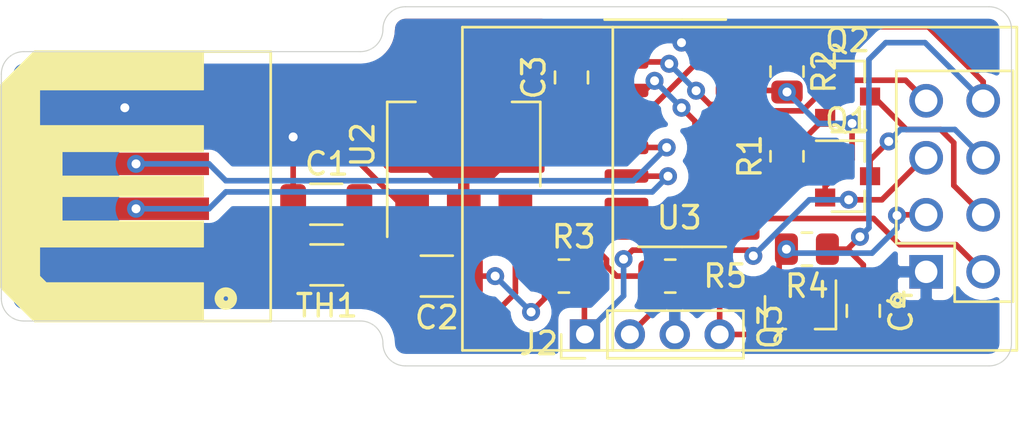
<source format=kicad_pcb>
(kicad_pcb (version 20171130) (host pcbnew 5.1.10)

  (general
    (thickness 1.6)
    (drawings 15)
    (tracks 170)
    (zones 0)
    (modules 18)
    (nets 18)
  )

  (page A4)
  (layers
    (0 F.Cu signal)
    (31 B.Cu signal)
    (32 B.Adhes user)
    (33 F.Adhes user)
    (34 B.Paste user)
    (35 F.Paste user)
    (36 B.SilkS user)
    (37 F.SilkS user)
    (38 B.Mask user)
    (39 F.Mask user)
    (40 Dwgs.User user)
    (41 Cmts.User user)
    (42 Eco1.User user)
    (43 Eco2.User user)
    (44 Edge.Cuts user)
    (45 Margin user)
    (46 B.CrtYd user)
    (47 F.CrtYd user)
    (48 B.Fab user)
    (49 F.Fab user)
  )

  (setup
    (last_trace_width 0.25)
    (trace_clearance 0.2)
    (zone_clearance 0.508)
    (zone_45_only no)
    (trace_min 0.2)
    (via_size 0.8)
    (via_drill 0.4)
    (via_min_size 0.4)
    (via_min_drill 0.3)
    (uvia_size 0.3)
    (uvia_drill 0.1)
    (uvias_allowed no)
    (uvia_min_size 0.2)
    (uvia_min_drill 0.1)
    (edge_width 0.05)
    (segment_width 0.2)
    (pcb_text_width 0.3)
    (pcb_text_size 1.5 1.5)
    (mod_edge_width 0.12)
    (mod_text_size 1 1)
    (mod_text_width 0.15)
    (pad_size 1.524 1.524)
    (pad_drill 0.762)
    (pad_to_mask_clearance 0)
    (aux_axis_origin 0 0)
    (visible_elements FFFFFF7F)
    (pcbplotparams
      (layerselection 0x010fc_ffffffff)
      (usegerberextensions false)
      (usegerberattributes true)
      (usegerberadvancedattributes true)
      (creategerberjobfile true)
      (excludeedgelayer true)
      (linewidth 0.600000)
      (plotframeref false)
      (viasonmask false)
      (mode 1)
      (useauxorigin false)
      (hpglpennumber 1)
      (hpglpenspeed 20)
      (hpglpendiameter 15.000000)
      (psnegative false)
      (psa4output false)
      (plotreference true)
      (plotvalue true)
      (plotinvisibletext false)
      (padsonsilk false)
      (subtractmaskfromsilk false)
      (outputformat 1)
      (mirror false)
      (drillshape 1)
      (scaleselection 1)
      (outputdirectory ""))
  )

  (net 0 "")
  (net 1 GND)
  (net 2 +5V)
  (net 3 +3V3)
  (net 4 +5VP)
  (net 5 /GREEN)
  (net 6 /WHITE)
  (net 7 RGB_5)
  (net 8 BTN)
  (net 9 RST)
  (net 10 "Net-(Q1-Pad2)")
  (net 11 "Net-(Q1-Pad1)")
  (net 12 EN)
  (net 13 "Net-(Q2-Pad2)")
  (net 14 "Net-(Q2-Pad1)")
  (net 15 RGB_3)
  (net 16 RX)
  (net 17 TX)

  (net_class Default "This is the default net class."
    (clearance 0.2)
    (trace_width 0.25)
    (via_dia 0.8)
    (via_drill 0.4)
    (uvia_dia 0.3)
    (uvia_drill 0.1)
    (add_net +3V3)
    (add_net +5V)
    (add_net +5VP)
    (add_net /GREEN)
    (add_net /WHITE)
    (add_net BTN)
    (add_net EN)
    (add_net GND)
    (add_net "Net-(Q1-Pad1)")
    (add_net "Net-(Q1-Pad2)")
    (add_net "Net-(Q2-Pad1)")
    (add_net "Net-(Q2-Pad2)")
    (add_net RGB_3)
    (add_net RGB_5)
    (add_net RST)
    (add_net RX)
    (add_net TX)
  )

  (module 0lib_fp:ESP_01 (layer F.Cu) (tedit 60F1B85D) (tstamp 60F23213)
    (at 24.47 0 90)
    (descr "Through hole straight socket strip, 2x04, 2.54mm pitch, double cols (from Kicad 4.0.7), script generated")
    (tags "Through hole socket strip THT 2x04 2.54mm double row")
    (path /60F1FE49)
    (fp_text reference U1 (at -6.58 0) (layer F.SilkS) hide
      (effects (font (size 1 1) (thickness 0.15)))
    )
    (fp_text value ESP-01 (at 6.58 0) (layer F.Fab) hide
      (effects (font (size 1 1) (thickness 0.15)))
    )
    (fp_circle (center -5.08 -2.54) (end -5.1 -2.4) (layer F.SilkS) (width 0.12))
    (fp_circle (center -5.08 -2.54) (end -4.9 -2.3) (layer F.SilkS) (width 0.12))
    (fp_line (start -7.31 -15.23) (end 7.09 -15.23) (layer F.SilkS) (width 0.12))
    (fp_line (start -7.31 2.77) (end 0 2.77) (layer F.SilkS) (width 0.12))
    (fp_line (start -7.31 -21.93) (end -7.31 2.77) (layer F.SilkS) (width 0.12))
    (fp_line (start 7.09 -21.93) (end -7.31 -21.93) (layer F.SilkS) (width 0.12))
    (fp_line (start 7.09 2.77) (end 7.09 -21.93) (layer F.SilkS) (width 0.12))
    (fp_line (start 0 2.77) (end 7.09 2.77) (layer F.SilkS) (width 0.12))
    (fp_line (start 5.59 3.07) (end -5.61 3.07) (layer F.CrtYd) (width 0.05))
    (fp_line (start 5.59 -3.03) (end 5.59 3.07) (layer F.CrtYd) (width 0.05))
    (fp_line (start -5.61 -3.03) (end 5.59 -3.03) (layer F.CrtYd) (width 0.05))
    (fp_line (start -5.61 3.07) (end -5.61 -3.03) (layer F.CrtYd) (width 0.05))
    (fp_line (start -5.14 0) (end -2.54 0) (layer F.SilkS) (width 0.12))
    (fp_line (start -2.54 0) (end -2.54 -2.6) (layer F.SilkS) (width 0.12))
    (fp_line (start -2.54 -2.6) (end 5.14 -2.6) (layer F.SilkS) (width 0.12))
    (fp_line (start 5.14 2.6) (end 5.14 -2.6) (layer F.SilkS) (width 0.12))
    (fp_line (start -5.14 2.6) (end 5.14 2.6) (layer F.SilkS) (width 0.12))
    (fp_line (start -5.14 2.6) (end -5.14 0) (layer F.SilkS) (width 0.12))
    (fp_line (start 5.08 2.54) (end -5.08 2.54) (layer F.Fab) (width 0.1))
    (fp_line (start 5.08 -2.54) (end 5.08 2.54) (layer F.Fab) (width 0.1))
    (fp_line (start -4.08 -2.54) (end 5.08 -2.54) (layer F.Fab) (width 0.1))
    (fp_line (start -5.08 -1.54) (end -4.08 -2.54) (layer F.Fab) (width 0.1))
    (fp_line (start -5.08 2.54) (end -5.08 -1.54) (layer F.Fab) (width 0.1))
    (fp_text user %R (at 0 0 270) (layer F.Fab)
      (effects (font (size 1 1) (thickness 0.15)))
    )
    (pad 8 thru_hole oval (at 3.81 1.27 180) (size 1.5 1.5) (drill 1) (layers *.Cu *.Mask)
      (net 3 +3V3))
    (pad 7 thru_hole oval (at 3.81 -1.27 180) (size 1.5 1.5) (drill 1) (layers *.Cu *.Mask)
      (net 16 RX))
    (pad 6 thru_hole oval (at 1.27 1.27 180) (size 1.5 1.5) (drill 1) (layers *.Cu *.Mask)
      (net 9 RST))
    (pad 5 thru_hole oval (at 1.27 -1.27 180) (size 1.5 1.5) (drill 1) (layers *.Cu *.Mask)
      (net 8 BTN))
    (pad 4 thru_hole oval (at -1.27 1.27 180) (size 1.5 1.5) (drill 1) (layers *.Cu *.Mask)
      (net 12 EN))
    (pad 3 thru_hole oval (at -1.27 -1.27 180) (size 1.5 1.5) (drill 1) (layers *.Cu *.Mask)
      (net 15 RGB_3))
    (pad 2 thru_hole oval (at -3.81 1.27 180) (size 1.5 1.5) (drill 1) (layers *.Cu *.Mask)
      (net 17 TX))
    (pad 1 thru_hole rect (at -3.81 -1.27 180) (size 1.5 1.5) (drill 1) (layers *.Cu *.Mask)
      (net 1 GND))
    (model ${KISYS3DMOD}/Connector_PinSocket_2.54mm.3dshapes/PinSocket_2x04_P2.54mm_Vertical.wrl
      (offset (xyz -3.8 1.24 0))
      (scale (xyz 1 1 1))
      (rotate (xyz 0 0 -90))
    )
  )

  (module Package_SO:SOIC-16_3.9x9.9mm_P1.27mm (layer F.Cu) (tedit 5D9F72B1) (tstamp 60F2304E)
    (at 12.325 -2.365)
    (descr "SOIC, 16 Pin (JEDEC MS-012AC, https://www.analog.com/media/en/package-pcb-resources/package/pkg_pdf/soic_narrow-r/r_16.pdf), generated with kicad-footprint-generator ipc_gullwing_generator.py")
    (tags "SOIC SO")
    (path /60F2DECB)
    (attr smd)
    (fp_text reference U3 (at -0.125 3.765) (layer F.SilkS)
      (effects (font (size 1 1) (thickness 0.15)))
    )
    (fp_text value CH340C (at 0 5.9) (layer F.Fab)
      (effects (font (size 1 1) (thickness 0.15)))
    )
    (fp_text user %R (at 0 0) (layer F.Fab)
      (effects (font (size 0.98 0.98) (thickness 0.15)))
    )
    (fp_line (start 0 5.06) (end 1.95 5.06) (layer F.SilkS) (width 0.12))
    (fp_line (start 0 5.06) (end -1.95 5.06) (layer F.SilkS) (width 0.12))
    (fp_line (start 0 -5.06) (end 1.95 -5.06) (layer F.SilkS) (width 0.12))
    (fp_line (start 0 -5.06) (end -3.45 -5.06) (layer F.SilkS) (width 0.12))
    (fp_line (start -0.975 -4.95) (end 1.95 -4.95) (layer F.Fab) (width 0.1))
    (fp_line (start 1.95 -4.95) (end 1.95 4.95) (layer F.Fab) (width 0.1))
    (fp_line (start 1.95 4.95) (end -1.95 4.95) (layer F.Fab) (width 0.1))
    (fp_line (start -1.95 4.95) (end -1.95 -3.975) (layer F.Fab) (width 0.1))
    (fp_line (start -1.95 -3.975) (end -0.975 -4.95) (layer F.Fab) (width 0.1))
    (fp_line (start -3.7 -5.2) (end -3.7 5.2) (layer F.CrtYd) (width 0.05))
    (fp_line (start -3.7 5.2) (end 3.7 5.2) (layer F.CrtYd) (width 0.05))
    (fp_line (start 3.7 5.2) (end 3.7 -5.2) (layer F.CrtYd) (width 0.05))
    (fp_line (start 3.7 -5.2) (end -3.7 -5.2) (layer F.CrtYd) (width 0.05))
    (pad 16 smd roundrect (at 2.475 -4.445) (size 1.95 0.6) (layers F.Cu F.Paste F.Mask) (roundrect_rratio 0.25)
      (net 3 +3V3))
    (pad 15 smd roundrect (at 2.475 -3.175) (size 1.95 0.6) (layers F.Cu F.Paste F.Mask) (roundrect_rratio 0.25))
    (pad 14 smd roundrect (at 2.475 -1.905) (size 1.95 0.6) (layers F.Cu F.Paste F.Mask) (roundrect_rratio 0.25)
      (net 10 "Net-(Q1-Pad2)"))
    (pad 13 smd roundrect (at 2.475 -0.635) (size 1.95 0.6) (layers F.Cu F.Paste F.Mask) (roundrect_rratio 0.25)
      (net 13 "Net-(Q2-Pad2)"))
    (pad 12 smd roundrect (at 2.475 0.635) (size 1.95 0.6) (layers F.Cu F.Paste F.Mask) (roundrect_rratio 0.25))
    (pad 11 smd roundrect (at 2.475 1.905) (size 1.95 0.6) (layers F.Cu F.Paste F.Mask) (roundrect_rratio 0.25))
    (pad 10 smd roundrect (at 2.475 3.175) (size 1.95 0.6) (layers F.Cu F.Paste F.Mask) (roundrect_rratio 0.25))
    (pad 9 smd roundrect (at 2.475 4.445) (size 1.95 0.6) (layers F.Cu F.Paste F.Mask) (roundrect_rratio 0.25))
    (pad 8 smd roundrect (at -2.475 4.445) (size 1.95 0.6) (layers F.Cu F.Paste F.Mask) (roundrect_rratio 0.25))
    (pad 7 smd roundrect (at -2.475 3.175) (size 1.95 0.6) (layers F.Cu F.Paste F.Mask) (roundrect_rratio 0.25))
    (pad 6 smd roundrect (at -2.475 1.905) (size 1.95 0.6) (layers F.Cu F.Paste F.Mask) (roundrect_rratio 0.25)
      (net 6 /WHITE))
    (pad 5 smd roundrect (at -2.475 0.635) (size 1.95 0.6) (layers F.Cu F.Paste F.Mask) (roundrect_rratio 0.25)
      (net 5 /GREEN))
    (pad 4 smd roundrect (at -2.475 -0.635) (size 1.95 0.6) (layers F.Cu F.Paste F.Mask) (roundrect_rratio 0.25)
      (net 3 +3V3))
    (pad 3 smd roundrect (at -2.475 -1.905) (size 1.95 0.6) (layers F.Cu F.Paste F.Mask) (roundrect_rratio 0.25)
      (net 17 TX))
    (pad 2 smd roundrect (at -2.475 -3.175) (size 1.95 0.6) (layers F.Cu F.Paste F.Mask) (roundrect_rratio 0.25)
      (net 16 RX))
    (pad 1 smd roundrect (at -2.475 -4.445) (size 1.95 0.6) (layers F.Cu F.Paste F.Mask) (roundrect_rratio 0.25)
      (net 1 GND))
    (model ${KISYS3DMOD}/Package_SO.3dshapes/SOIC-16_3.9x9.9mm_P1.27mm.wrl
      (at (xyz 0 0 0))
      (scale (xyz 1 1 1))
      (rotate (xyz 0 0 0))
    )
  )

  (module Package_TO_SOT_SMD:SOT-223-3_TabPin2 (layer F.Cu) (tedit 5A02FF57) (tstamp 60F22C47)
    (at 2.6 -1.85 90)
    (descr "module CMS SOT223 4 pins")
    (tags "CMS SOT")
    (path /60F279C8)
    (attr smd)
    (fp_text reference U2 (at 0 -4.5 90) (layer F.SilkS)
      (effects (font (size 1 1) (thickness 0.15)))
    )
    (fp_text value AMS1117-3.3 (at 0 4.5 90) (layer F.Fab)
      (effects (font (size 1 1) (thickness 0.15)))
    )
    (fp_text user %R (at 0 0) (layer F.Fab)
      (effects (font (size 0.8 0.8) (thickness 0.12)))
    )
    (fp_line (start 1.91 3.41) (end 1.91 2.15) (layer F.SilkS) (width 0.12))
    (fp_line (start 1.91 -3.41) (end 1.91 -2.15) (layer F.SilkS) (width 0.12))
    (fp_line (start 4.4 -3.6) (end -4.4 -3.6) (layer F.CrtYd) (width 0.05))
    (fp_line (start 4.4 3.6) (end 4.4 -3.6) (layer F.CrtYd) (width 0.05))
    (fp_line (start -4.4 3.6) (end 4.4 3.6) (layer F.CrtYd) (width 0.05))
    (fp_line (start -4.4 -3.6) (end -4.4 3.6) (layer F.CrtYd) (width 0.05))
    (fp_line (start -1.85 -2.35) (end -0.85 -3.35) (layer F.Fab) (width 0.1))
    (fp_line (start -1.85 -2.35) (end -1.85 3.35) (layer F.Fab) (width 0.1))
    (fp_line (start -1.85 3.41) (end 1.91 3.41) (layer F.SilkS) (width 0.12))
    (fp_line (start -0.85 -3.35) (end 1.85 -3.35) (layer F.Fab) (width 0.1))
    (fp_line (start -4.1 -3.41) (end 1.91 -3.41) (layer F.SilkS) (width 0.12))
    (fp_line (start -1.85 3.35) (end 1.85 3.35) (layer F.Fab) (width 0.1))
    (fp_line (start 1.85 -3.35) (end 1.85 3.35) (layer F.Fab) (width 0.1))
    (pad 1 smd rect (at -3.15 -2.3 90) (size 2 1.5) (layers F.Cu F.Paste F.Mask)
      (net 1 GND))
    (pad 3 smd rect (at -3.15 2.3 90) (size 2 1.5) (layers F.Cu F.Paste F.Mask)
      (net 2 +5V))
    (pad 2 smd rect (at -3.15 0 90) (size 2 1.5) (layers F.Cu F.Paste F.Mask)
      (net 3 +3V3))
    (pad 2 smd rect (at 3.15 0 90) (size 2 3.8) (layers F.Cu F.Paste F.Mask)
      (net 3 +3V3))
    (model ${KISYS3DMOD}/Package_TO_SOT_SMD.3dshapes/SOT-223.wrl
      (at (xyz 0 0 0))
      (scale (xyz 1 1 1))
      (rotate (xyz 0 0 0))
    )
  )

  (module Resistor_SMD:R_1206_3216Metric (layer F.Cu) (tedit 5F68FEEE) (tstamp 60F22BEB)
    (at -3.5 3.5 180)
    (descr "Resistor SMD 1206 (3216 Metric), square (rectangular) end terminal, IPC_7351 nominal, (Body size source: IPC-SM-782 page 72, https://www.pcb-3d.com/wordpress/wp-content/uploads/ipc-sm-782a_amendment_1_and_2.pdf), generated with kicad-footprint-generator")
    (tags resistor)
    (path /610715E2)
    (attr smd)
    (fp_text reference TH1 (at 0 -1.82) (layer F.SilkS)
      (effects (font (size 1 1) (thickness 0.15)))
    )
    (fp_text value 1206L075THYR (at 0 1.82) (layer F.Fab)
      (effects (font (size 1 1) (thickness 0.15)))
    )
    (fp_text user %R (at 0 0) (layer F.Fab)
      (effects (font (size 0.8 0.8) (thickness 0.12)))
    )
    (fp_line (start -1.6 0.8) (end -1.6 -0.8) (layer F.Fab) (width 0.1))
    (fp_line (start -1.6 -0.8) (end 1.6 -0.8) (layer F.Fab) (width 0.1))
    (fp_line (start 1.6 -0.8) (end 1.6 0.8) (layer F.Fab) (width 0.1))
    (fp_line (start 1.6 0.8) (end -1.6 0.8) (layer F.Fab) (width 0.1))
    (fp_line (start -0.727064 -0.91) (end 0.727064 -0.91) (layer F.SilkS) (width 0.12))
    (fp_line (start -0.727064 0.91) (end 0.727064 0.91) (layer F.SilkS) (width 0.12))
    (fp_line (start -2.28 1.12) (end -2.28 -1.12) (layer F.CrtYd) (width 0.05))
    (fp_line (start -2.28 -1.12) (end 2.28 -1.12) (layer F.CrtYd) (width 0.05))
    (fp_line (start 2.28 -1.12) (end 2.28 1.12) (layer F.CrtYd) (width 0.05))
    (fp_line (start 2.28 1.12) (end -2.28 1.12) (layer F.CrtYd) (width 0.05))
    (pad 2 smd roundrect (at 1.4625 0 180) (size 1.125 1.75) (layers F.Cu F.Paste F.Mask) (roundrect_rratio 0.222222)
      (net 4 +5VP))
    (pad 1 smd roundrect (at -1.4625 0 180) (size 1.125 1.75) (layers F.Cu F.Paste F.Mask) (roundrect_rratio 0.222222)
      (net 2 +5V))
    (model ${KISYS3DMOD}/Resistor_SMD.3dshapes/R_1206_3216Metric.wrl
      (at (xyz 0 0 0))
      (scale (xyz 1 1 1))
      (rotate (xyz 0 0 0))
    )
  )

  (module Resistor_SMD:R_0805_2012Metric (layer F.Cu) (tedit 5F68FEEE) (tstamp 60F22BDA)
    (at 11.8 4)
    (descr "Resistor SMD 0805 (2012 Metric), square (rectangular) end terminal, IPC_7351 nominal, (Body size source: IPC-SM-782 page 72, https://www.pcb-3d.com/wordpress/wp-content/uploads/ipc-sm-782a_amendment_1_and_2.pdf), generated with kicad-footprint-generator")
    (tags resistor)
    (path /60FD9065)
    (attr smd)
    (fp_text reference R5 (at 2.45 0) (layer F.SilkS)
      (effects (font (size 1 1) (thickness 0.15)))
    )
    (fp_text value 10k (at 0 1.65) (layer F.Fab)
      (effects (font (size 1 1) (thickness 0.15)))
    )
    (fp_text user %R (at 0 0) (layer F.Fab)
      (effects (font (size 0.5 0.5) (thickness 0.08)))
    )
    (fp_line (start -1 0.625) (end -1 -0.625) (layer F.Fab) (width 0.1))
    (fp_line (start -1 -0.625) (end 1 -0.625) (layer F.Fab) (width 0.1))
    (fp_line (start 1 -0.625) (end 1 0.625) (layer F.Fab) (width 0.1))
    (fp_line (start 1 0.625) (end -1 0.625) (layer F.Fab) (width 0.1))
    (fp_line (start -0.227064 -0.735) (end 0.227064 -0.735) (layer F.SilkS) (width 0.12))
    (fp_line (start -0.227064 0.735) (end 0.227064 0.735) (layer F.SilkS) (width 0.12))
    (fp_line (start -1.68 0.95) (end -1.68 -0.95) (layer F.CrtYd) (width 0.05))
    (fp_line (start -1.68 -0.95) (end 1.68 -0.95) (layer F.CrtYd) (width 0.05))
    (fp_line (start 1.68 -0.95) (end 1.68 0.95) (layer F.CrtYd) (width 0.05))
    (fp_line (start 1.68 0.95) (end -1.68 0.95) (layer F.CrtYd) (width 0.05))
    (pad 2 smd roundrect (at 0.9125 0) (size 1.025 1.4) (layers F.Cu F.Paste F.Mask) (roundrect_rratio 0.243902)
      (net 7 RGB_5))
    (pad 1 smd roundrect (at -0.9125 0) (size 1.025 1.4) (layers F.Cu F.Paste F.Mask) (roundrect_rratio 0.243902)
      (net 2 +5V))
    (model ${KISYS3DMOD}/Resistor_SMD.3dshapes/R_0805_2012Metric.wrl
      (at (xyz 0 0 0))
      (scale (xyz 1 1 1))
      (rotate (xyz 0 0 0))
    )
  )

  (module Resistor_SMD:R_0805_2012Metric (layer F.Cu) (tedit 5F68FEEE) (tstamp 60F22BC9)
    (at 17.8875 2.8 180)
    (descr "Resistor SMD 0805 (2012 Metric), square (rectangular) end terminal, IPC_7351 nominal, (Body size source: IPC-SM-782 page 72, https://www.pcb-3d.com/wordpress/wp-content/uploads/ipc-sm-782a_amendment_1_and_2.pdf), generated with kicad-footprint-generator")
    (tags resistor)
    (path /60FD805B)
    (attr smd)
    (fp_text reference R4 (at 0 -1.65) (layer F.SilkS)
      (effects (font (size 1 1) (thickness 0.15)))
    )
    (fp_text value 10k (at 0 1.65) (layer F.Fab)
      (effects (font (size 1 1) (thickness 0.15)))
    )
    (fp_text user %R (at 0 0) (layer F.Fab)
      (effects (font (size 0.5 0.5) (thickness 0.08)))
    )
    (fp_line (start -1 0.625) (end -1 -0.625) (layer F.Fab) (width 0.1))
    (fp_line (start -1 -0.625) (end 1 -0.625) (layer F.Fab) (width 0.1))
    (fp_line (start 1 -0.625) (end 1 0.625) (layer F.Fab) (width 0.1))
    (fp_line (start 1 0.625) (end -1 0.625) (layer F.Fab) (width 0.1))
    (fp_line (start -0.227064 -0.735) (end 0.227064 -0.735) (layer F.SilkS) (width 0.12))
    (fp_line (start -0.227064 0.735) (end 0.227064 0.735) (layer F.SilkS) (width 0.12))
    (fp_line (start -1.68 0.95) (end -1.68 -0.95) (layer F.CrtYd) (width 0.05))
    (fp_line (start -1.68 -0.95) (end 1.68 -0.95) (layer F.CrtYd) (width 0.05))
    (fp_line (start 1.68 -0.95) (end 1.68 0.95) (layer F.CrtYd) (width 0.05))
    (fp_line (start 1.68 0.95) (end -1.68 0.95) (layer F.CrtYd) (width 0.05))
    (pad 2 smd roundrect (at 0.9125 0 180) (size 1.025 1.4) (layers F.Cu F.Paste F.Mask) (roundrect_rratio 0.243902)
      (net 15 RGB_3))
    (pad 1 smd roundrect (at -0.9125 0 180) (size 1.025 1.4) (layers F.Cu F.Paste F.Mask) (roundrect_rratio 0.243902)
      (net 3 +3V3))
    (model ${KISYS3DMOD}/Resistor_SMD.3dshapes/R_0805_2012Metric.wrl
      (at (xyz 0 0 0))
      (scale (xyz 1 1 1))
      (rotate (xyz 0 0 0))
    )
  )

  (module Resistor_SMD:R_0805_2012Metric (layer F.Cu) (tedit 5F68FEEE) (tstamp 60F22BB8)
    (at 7.0625 4 180)
    (descr "Resistor SMD 0805 (2012 Metric), square (rectangular) end terminal, IPC_7351 nominal, (Body size source: IPC-SM-782 page 72, https://www.pcb-3d.com/wordpress/wp-content/uploads/ipc-sm-782a_amendment_1_and_2.pdf), generated with kicad-footprint-generator")
    (tags resistor)
    (path /60F9A4ED)
    (attr smd)
    (fp_text reference R3 (at -0.4375 1.75) (layer F.SilkS)
      (effects (font (size 1 1) (thickness 0.15)))
    )
    (fp_text value 10k (at 0 1.65) (layer F.Fab)
      (effects (font (size 1 1) (thickness 0.15)))
    )
    (fp_text user %R (at 0 0) (layer F.Fab)
      (effects (font (size 0.5 0.5) (thickness 0.08)))
    )
    (fp_line (start -1 0.625) (end -1 -0.625) (layer F.Fab) (width 0.1))
    (fp_line (start -1 -0.625) (end 1 -0.625) (layer F.Fab) (width 0.1))
    (fp_line (start 1 -0.625) (end 1 0.625) (layer F.Fab) (width 0.1))
    (fp_line (start 1 0.625) (end -1 0.625) (layer F.Fab) (width 0.1))
    (fp_line (start -0.227064 -0.735) (end 0.227064 -0.735) (layer F.SilkS) (width 0.12))
    (fp_line (start -0.227064 0.735) (end 0.227064 0.735) (layer F.SilkS) (width 0.12))
    (fp_line (start -1.68 0.95) (end -1.68 -0.95) (layer F.CrtYd) (width 0.05))
    (fp_line (start -1.68 -0.95) (end 1.68 -0.95) (layer F.CrtYd) (width 0.05))
    (fp_line (start 1.68 -0.95) (end 1.68 0.95) (layer F.CrtYd) (width 0.05))
    (fp_line (start 1.68 0.95) (end -1.68 0.95) (layer F.CrtYd) (width 0.05))
    (pad 2 smd roundrect (at 0.9125 0 180) (size 1.025 1.4) (layers F.Cu F.Paste F.Mask) (roundrect_rratio 0.243902)
      (net 3 +3V3))
    (pad 1 smd roundrect (at -0.9125 0 180) (size 1.025 1.4) (layers F.Cu F.Paste F.Mask) (roundrect_rratio 0.243902)
      (net 8 BTN))
    (model ${KISYS3DMOD}/Resistor_SMD.3dshapes/R_0805_2012Metric.wrl
      (at (xyz 0 0 0))
      (scale (xyz 1 1 1))
      (rotate (xyz 0 0 0))
    )
  )

  (module Resistor_SMD:R_0805_2012Metric (layer F.Cu) (tedit 5F68FEEE) (tstamp 60F22BA7)
    (at 17 -5.1125 270)
    (descr "Resistor SMD 0805 (2012 Metric), square (rectangular) end terminal, IPC_7351 nominal, (Body size source: IPC-SM-782 page 72, https://www.pcb-3d.com/wordpress/wp-content/uploads/ipc-sm-782a_amendment_1_and_2.pdf), generated with kicad-footprint-generator")
    (tags resistor)
    (path /60F3042E)
    (attr smd)
    (fp_text reference R2 (at 0 -1.65 90) (layer F.SilkS)
      (effects (font (size 1 1) (thickness 0.15)))
    )
    (fp_text value 10k (at 0 1.65 90) (layer F.Fab)
      (effects (font (size 1 1) (thickness 0.15)))
    )
    (fp_text user %R (at 0 0 90) (layer F.Fab)
      (effects (font (size 0.5 0.5) (thickness 0.08)))
    )
    (fp_line (start -1 0.625) (end -1 -0.625) (layer F.Fab) (width 0.1))
    (fp_line (start -1 -0.625) (end 1 -0.625) (layer F.Fab) (width 0.1))
    (fp_line (start 1 -0.625) (end 1 0.625) (layer F.Fab) (width 0.1))
    (fp_line (start 1 0.625) (end -1 0.625) (layer F.Fab) (width 0.1))
    (fp_line (start -0.227064 -0.735) (end 0.227064 -0.735) (layer F.SilkS) (width 0.12))
    (fp_line (start -0.227064 0.735) (end 0.227064 0.735) (layer F.SilkS) (width 0.12))
    (fp_line (start -1.68 0.95) (end -1.68 -0.95) (layer F.CrtYd) (width 0.05))
    (fp_line (start -1.68 -0.95) (end 1.68 -0.95) (layer F.CrtYd) (width 0.05))
    (fp_line (start 1.68 -0.95) (end 1.68 0.95) (layer F.CrtYd) (width 0.05))
    (fp_line (start 1.68 0.95) (end -1.68 0.95) (layer F.CrtYd) (width 0.05))
    (pad 2 smd roundrect (at 0.9125 0 270) (size 1.025 1.4) (layers F.Cu F.Paste F.Mask) (roundrect_rratio 0.243902)
      (net 10 "Net-(Q1-Pad2)"))
    (pad 1 smd roundrect (at -0.9125 0 270) (size 1.025 1.4) (layers F.Cu F.Paste F.Mask) (roundrect_rratio 0.243902)
      (net 14 "Net-(Q2-Pad1)"))
    (model ${KISYS3DMOD}/Resistor_SMD.3dshapes/R_0805_2012Metric.wrl
      (at (xyz 0 0 0))
      (scale (xyz 1 1 1))
      (rotate (xyz 0 0 0))
    )
  )

  (module Resistor_SMD:R_0805_2012Metric (layer F.Cu) (tedit 5F68FEEE) (tstamp 60F22B96)
    (at 17 -1.3375 90)
    (descr "Resistor SMD 0805 (2012 Metric), square (rectangular) end terminal, IPC_7351 nominal, (Body size source: IPC-SM-782 page 72, https://www.pcb-3d.com/wordpress/wp-content/uploads/ipc-sm-782a_amendment_1_and_2.pdf), generated with kicad-footprint-generator")
    (tags resistor)
    (path /60F315B7)
    (attr smd)
    (fp_text reference R1 (at 0 -1.65 90) (layer F.SilkS)
      (effects (font (size 1 1) (thickness 0.15)))
    )
    (fp_text value 10k (at 0 1.65 90) (layer F.Fab)
      (effects (font (size 1 1) (thickness 0.15)))
    )
    (fp_text user %R (at 0 0 90) (layer F.Fab)
      (effects (font (size 0.5 0.5) (thickness 0.08)))
    )
    (fp_line (start -1 0.625) (end -1 -0.625) (layer F.Fab) (width 0.1))
    (fp_line (start -1 -0.625) (end 1 -0.625) (layer F.Fab) (width 0.1))
    (fp_line (start 1 -0.625) (end 1 0.625) (layer F.Fab) (width 0.1))
    (fp_line (start 1 0.625) (end -1 0.625) (layer F.Fab) (width 0.1))
    (fp_line (start -0.227064 -0.735) (end 0.227064 -0.735) (layer F.SilkS) (width 0.12))
    (fp_line (start -0.227064 0.735) (end 0.227064 0.735) (layer F.SilkS) (width 0.12))
    (fp_line (start -1.68 0.95) (end -1.68 -0.95) (layer F.CrtYd) (width 0.05))
    (fp_line (start -1.68 -0.95) (end 1.68 -0.95) (layer F.CrtYd) (width 0.05))
    (fp_line (start 1.68 -0.95) (end 1.68 0.95) (layer F.CrtYd) (width 0.05))
    (fp_line (start 1.68 0.95) (end -1.68 0.95) (layer F.CrtYd) (width 0.05))
    (pad 2 smd roundrect (at 0.9125 0 90) (size 1.025 1.4) (layers F.Cu F.Paste F.Mask) (roundrect_rratio 0.243902)
      (net 13 "Net-(Q2-Pad2)"))
    (pad 1 smd roundrect (at -0.9125 0 90) (size 1.025 1.4) (layers F.Cu F.Paste F.Mask) (roundrect_rratio 0.243902)
      (net 11 "Net-(Q1-Pad1)"))
    (model ${KISYS3DMOD}/Resistor_SMD.3dshapes/R_0805_2012Metric.wrl
      (at (xyz 0 0 0))
      (scale (xyz 1 1 1))
      (rotate (xyz 0 0 0))
    )
  )

  (module Package_TO_SOT_SMD:SOT-23 (layer F.Cu) (tedit 5A02FF57) (tstamp 60F22B85)
    (at 17.6 5.6 270)
    (descr "SOT-23, Standard")
    (tags SOT-23)
    (path /60FD53D3)
    (attr smd)
    (fp_text reference Q3 (at 0.65 1.35 90) (layer F.SilkS)
      (effects (font (size 1 1) (thickness 0.15)))
    )
    (fp_text value AO3400A (at 0 2.5 90) (layer F.Fab)
      (effects (font (size 1 1) (thickness 0.15)))
    )
    (fp_text user %R (at 0 0) (layer F.Fab)
      (effects (font (size 0.5 0.5) (thickness 0.075)))
    )
    (fp_line (start -0.7 -0.95) (end -0.7 1.5) (layer F.Fab) (width 0.1))
    (fp_line (start -0.15 -1.52) (end 0.7 -1.52) (layer F.Fab) (width 0.1))
    (fp_line (start -0.7 -0.95) (end -0.15 -1.52) (layer F.Fab) (width 0.1))
    (fp_line (start 0.7 -1.52) (end 0.7 1.52) (layer F.Fab) (width 0.1))
    (fp_line (start -0.7 1.52) (end 0.7 1.52) (layer F.Fab) (width 0.1))
    (fp_line (start 0.76 1.58) (end 0.76 0.65) (layer F.SilkS) (width 0.12))
    (fp_line (start 0.76 -1.58) (end 0.76 -0.65) (layer F.SilkS) (width 0.12))
    (fp_line (start -1.7 -1.75) (end 1.7 -1.75) (layer F.CrtYd) (width 0.05))
    (fp_line (start 1.7 -1.75) (end 1.7 1.75) (layer F.CrtYd) (width 0.05))
    (fp_line (start 1.7 1.75) (end -1.7 1.75) (layer F.CrtYd) (width 0.05))
    (fp_line (start -1.7 1.75) (end -1.7 -1.75) (layer F.CrtYd) (width 0.05))
    (fp_line (start 0.76 -1.58) (end -1.4 -1.58) (layer F.SilkS) (width 0.12))
    (fp_line (start 0.76 1.58) (end -0.7 1.58) (layer F.SilkS) (width 0.12))
    (pad 3 smd rect (at 1 0 270) (size 0.9 0.8) (layers F.Cu F.Paste F.Mask)
      (net 7 RGB_5))
    (pad 2 smd rect (at -1 0.95 270) (size 0.9 0.8) (layers F.Cu F.Paste F.Mask)
      (net 15 RGB_3))
    (pad 1 smd rect (at -1 -0.95 270) (size 0.9 0.8) (layers F.Cu F.Paste F.Mask)
      (net 3 +3V3))
    (model ${KISYS3DMOD}/Package_TO_SOT_SMD.3dshapes/SOT-23.wrl
      (at (xyz 0 0 0))
      (scale (xyz 1 1 1))
      (rotate (xyz 0 0 0))
    )
  )

  (module Package_TO_SOT_SMD:SOT-23 (layer F.Cu) (tedit 5A02FF57) (tstamp 60F22B70)
    (at 19.7 -4)
    (descr "SOT-23, Standard")
    (tags SOT-23)
    (path /60F2F48D)
    (attr smd)
    (fp_text reference Q2 (at 0 -2.5) (layer F.SilkS)
      (effects (font (size 1 1) (thickness 0.15)))
    )
    (fp_text value MMBT3904 (at 0 2.5) (layer F.Fab)
      (effects (font (size 1 1) (thickness 0.15)))
    )
    (fp_text user %R (at 0 0 90) (layer F.Fab)
      (effects (font (size 0.5 0.5) (thickness 0.075)))
    )
    (fp_line (start -0.7 -0.95) (end -0.7 1.5) (layer F.Fab) (width 0.1))
    (fp_line (start -0.15 -1.52) (end 0.7 -1.52) (layer F.Fab) (width 0.1))
    (fp_line (start -0.7 -0.95) (end -0.15 -1.52) (layer F.Fab) (width 0.1))
    (fp_line (start 0.7 -1.52) (end 0.7 1.52) (layer F.Fab) (width 0.1))
    (fp_line (start -0.7 1.52) (end 0.7 1.52) (layer F.Fab) (width 0.1))
    (fp_line (start 0.76 1.58) (end 0.76 0.65) (layer F.SilkS) (width 0.12))
    (fp_line (start 0.76 -1.58) (end 0.76 -0.65) (layer F.SilkS) (width 0.12))
    (fp_line (start -1.7 -1.75) (end 1.7 -1.75) (layer F.CrtYd) (width 0.05))
    (fp_line (start 1.7 -1.75) (end 1.7 1.75) (layer F.CrtYd) (width 0.05))
    (fp_line (start 1.7 1.75) (end -1.7 1.75) (layer F.CrtYd) (width 0.05))
    (fp_line (start -1.7 1.75) (end -1.7 -1.75) (layer F.CrtYd) (width 0.05))
    (fp_line (start 0.76 -1.58) (end -1.4 -1.58) (layer F.SilkS) (width 0.12))
    (fp_line (start 0.76 1.58) (end -0.7 1.58) (layer F.SilkS) (width 0.12))
    (pad 3 smd rect (at 1 0) (size 0.9 0.8) (layers F.Cu F.Paste F.Mask)
      (net 12 EN))
    (pad 2 smd rect (at -1 0.95) (size 0.9 0.8) (layers F.Cu F.Paste F.Mask)
      (net 13 "Net-(Q2-Pad2)"))
    (pad 1 smd rect (at -1 -0.95) (size 0.9 0.8) (layers F.Cu F.Paste F.Mask)
      (net 14 "Net-(Q2-Pad1)"))
    (model ${KISYS3DMOD}/Package_TO_SOT_SMD.3dshapes/SOT-23.wrl
      (at (xyz 0 0 0))
      (scale (xyz 1 1 1))
      (rotate (xyz 0 0 0))
    )
  )

  (module Package_TO_SOT_SMD:SOT-23 (layer F.Cu) (tedit 5A02FF57) (tstamp 60F22B5B)
    (at 19.7 -0.45)
    (descr "SOT-23, Standard")
    (tags SOT-23)
    (path /60F3C2BF)
    (attr smd)
    (fp_text reference Q1 (at 0 -2.5) (layer F.SilkS)
      (effects (font (size 1 1) (thickness 0.15)))
    )
    (fp_text value MMBT3904 (at 0 2.5) (layer F.Fab)
      (effects (font (size 1 1) (thickness 0.15)))
    )
    (fp_text user %R (at 0 0 90) (layer F.Fab)
      (effects (font (size 0.5 0.5) (thickness 0.075)))
    )
    (fp_line (start -0.7 -0.95) (end -0.7 1.5) (layer F.Fab) (width 0.1))
    (fp_line (start -0.15 -1.52) (end 0.7 -1.52) (layer F.Fab) (width 0.1))
    (fp_line (start -0.7 -0.95) (end -0.15 -1.52) (layer F.Fab) (width 0.1))
    (fp_line (start 0.7 -1.52) (end 0.7 1.52) (layer F.Fab) (width 0.1))
    (fp_line (start -0.7 1.52) (end 0.7 1.52) (layer F.Fab) (width 0.1))
    (fp_line (start 0.76 1.58) (end 0.76 0.65) (layer F.SilkS) (width 0.12))
    (fp_line (start 0.76 -1.58) (end 0.76 -0.65) (layer F.SilkS) (width 0.12))
    (fp_line (start -1.7 -1.75) (end 1.7 -1.75) (layer F.CrtYd) (width 0.05))
    (fp_line (start 1.7 -1.75) (end 1.7 1.75) (layer F.CrtYd) (width 0.05))
    (fp_line (start 1.7 1.75) (end -1.7 1.75) (layer F.CrtYd) (width 0.05))
    (fp_line (start -1.7 1.75) (end -1.7 -1.75) (layer F.CrtYd) (width 0.05))
    (fp_line (start 0.76 -1.58) (end -1.4 -1.58) (layer F.SilkS) (width 0.12))
    (fp_line (start 0.76 1.58) (end -0.7 1.58) (layer F.SilkS) (width 0.12))
    (pad 3 smd rect (at 1 0) (size 0.9 0.8) (layers F.Cu F.Paste F.Mask)
      (net 9 RST))
    (pad 2 smd rect (at -1 0.95) (size 0.9 0.8) (layers F.Cu F.Paste F.Mask)
      (net 10 "Net-(Q1-Pad2)"))
    (pad 1 smd rect (at -1 -0.95) (size 0.9 0.8) (layers F.Cu F.Paste F.Mask)
      (net 11 "Net-(Q1-Pad1)"))
    (model ${KISYS3DMOD}/Package_TO_SOT_SMD.3dshapes/SOT-23.wrl
      (at (xyz 0 0 0))
      (scale (xyz 1 1 1))
      (rotate (xyz 0 0 0))
    )
  )

  (module Connector_PinHeader_2.00mm:PinHeader_1x04_P2.00mm_Vertical (layer F.Cu) (tedit 59FED667) (tstamp 60F22B46)
    (at 8 6.6 90)
    (descr "Through hole straight pin header, 1x04, 2.00mm pitch, single row")
    (tags "Through hole pin header THT 1x04 2.00mm single row")
    (path /60F2C635)
    (fp_text reference J2 (at -0.4 -2.06 180) (layer F.SilkS)
      (effects (font (size 1 1) (thickness 0.15)))
    )
    (fp_text value Conn_01x04 (at 0 8.06 90) (layer F.Fab)
      (effects (font (size 1 1) (thickness 0.15)))
    )
    (fp_text user %R (at 0 3) (layer F.Fab)
      (effects (font (size 1 1) (thickness 0.15)))
    )
    (fp_line (start -0.5 -1) (end 1 -1) (layer F.Fab) (width 0.1))
    (fp_line (start 1 -1) (end 1 7) (layer F.Fab) (width 0.1))
    (fp_line (start 1 7) (end -1 7) (layer F.Fab) (width 0.1))
    (fp_line (start -1 7) (end -1 -0.5) (layer F.Fab) (width 0.1))
    (fp_line (start -1 -0.5) (end -0.5 -1) (layer F.Fab) (width 0.1))
    (fp_line (start -1.06 7.06) (end 1.06 7.06) (layer F.SilkS) (width 0.12))
    (fp_line (start -1.06 1) (end -1.06 7.06) (layer F.SilkS) (width 0.12))
    (fp_line (start 1.06 1) (end 1.06 7.06) (layer F.SilkS) (width 0.12))
    (fp_line (start -1.06 1) (end 1.06 1) (layer F.SilkS) (width 0.12))
    (fp_line (start -1.06 0) (end -1.06 -1.06) (layer F.SilkS) (width 0.12))
    (fp_line (start -1.06 -1.06) (end 0 -1.06) (layer F.SilkS) (width 0.12))
    (fp_line (start -1.5 -1.5) (end -1.5 7.5) (layer F.CrtYd) (width 0.05))
    (fp_line (start -1.5 7.5) (end 1.5 7.5) (layer F.CrtYd) (width 0.05))
    (fp_line (start 1.5 7.5) (end 1.5 -1.5) (layer F.CrtYd) (width 0.05))
    (fp_line (start 1.5 -1.5) (end -1.5 -1.5) (layer F.CrtYd) (width 0.05))
    (pad 4 thru_hole oval (at 0 6 90) (size 1.35 1.35) (drill 0.8) (layers *.Cu *.Mask)
      (net 7 RGB_5))
    (pad 3 thru_hole oval (at 0 4 90) (size 1.35 1.35) (drill 0.8) (layers *.Cu *.Mask)
      (net 1 GND))
    (pad 2 thru_hole oval (at 0 2 90) (size 1.35 1.35) (drill 0.8) (layers *.Cu *.Mask)
      (net 2 +5V))
    (pad 1 thru_hole rect (at 0 0 90) (size 1.35 1.35) (drill 0.8) (layers *.Cu *.Mask)
      (net 8 BTN))
    (model ${KISYS3DMOD}/Connector_PinHeader_2.00mm.3dshapes/PinHeader_1x04_P2.00mm_Vertical.wrl
      (at (xyz 0 0 0))
      (scale (xyz 1 1 1))
      (rotate (xyz 0 0 0))
    )
  )

  (module Capacitor_SMD:C_0805_2012Metric (layer F.Cu) (tedit 5F68FEEE) (tstamp 60F22B0C)
    (at 20.4 5.55 270)
    (descr "Capacitor SMD 0805 (2012 Metric), square (rectangular) end terminal, IPC_7351 nominal, (Body size source: IPC-SM-782 page 76, https://www.pcb-3d.com/wordpress/wp-content/uploads/ipc-sm-782a_amendment_1_and_2.pdf, https://docs.google.com/spreadsheets/d/1BsfQQcO9C6DZCsRaXUlFlo91Tg2WpOkGARC1WS5S8t0/edit?usp=sharing), generated with kicad-footprint-generator")
    (tags capacitor)
    (path /60F289C6)
    (attr smd)
    (fp_text reference C4 (at 0 -1.68 90) (layer F.SilkS)
      (effects (font (size 1 1) (thickness 0.15)))
    )
    (fp_text value Cs (at 0 1.68 90) (layer F.Fab)
      (effects (font (size 1 1) (thickness 0.15)))
    )
    (fp_text user %R (at 0 0 90) (layer F.Fab)
      (effects (font (size 0.5 0.5) (thickness 0.08)))
    )
    (fp_line (start -1 0.625) (end -1 -0.625) (layer F.Fab) (width 0.1))
    (fp_line (start -1 -0.625) (end 1 -0.625) (layer F.Fab) (width 0.1))
    (fp_line (start 1 -0.625) (end 1 0.625) (layer F.Fab) (width 0.1))
    (fp_line (start 1 0.625) (end -1 0.625) (layer F.Fab) (width 0.1))
    (fp_line (start -0.261252 -0.735) (end 0.261252 -0.735) (layer F.SilkS) (width 0.12))
    (fp_line (start -0.261252 0.735) (end 0.261252 0.735) (layer F.SilkS) (width 0.12))
    (fp_line (start -1.7 0.98) (end -1.7 -0.98) (layer F.CrtYd) (width 0.05))
    (fp_line (start -1.7 -0.98) (end 1.7 -0.98) (layer F.CrtYd) (width 0.05))
    (fp_line (start 1.7 -0.98) (end 1.7 0.98) (layer F.CrtYd) (width 0.05))
    (fp_line (start 1.7 0.98) (end -1.7 0.98) (layer F.CrtYd) (width 0.05))
    (pad 2 smd roundrect (at 0.95 0 270) (size 1 1.45) (layers F.Cu F.Paste F.Mask) (roundrect_rratio 0.25)
      (net 1 GND))
    (pad 1 smd roundrect (at -0.95 0 270) (size 1 1.45) (layers F.Cu F.Paste F.Mask) (roundrect_rratio 0.25)
      (net 3 +3V3))
    (model ${KISYS3DMOD}/Capacitor_SMD.3dshapes/C_0805_2012Metric.wrl
      (at (xyz 0 0 0))
      (scale (xyz 1 1 1))
      (rotate (xyz 0 0 0))
    )
  )

  (module Capacitor_SMD:C_0805_2012Metric (layer F.Cu) (tedit 5F68FEEE) (tstamp 60F22AFB)
    (at 7.4 -4.85 90)
    (descr "Capacitor SMD 0805 (2012 Metric), square (rectangular) end terminal, IPC_7351 nominal, (Body size source: IPC-SM-782 page 76, https://www.pcb-3d.com/wordpress/wp-content/uploads/ipc-sm-782a_amendment_1_and_2.pdf, https://docs.google.com/spreadsheets/d/1BsfQQcO9C6DZCsRaXUlFlo91Tg2WpOkGARC1WS5S8t0/edit?usp=sharing), generated with kicad-footprint-generator")
    (tags capacitor)
    (path /60F28F12)
    (attr smd)
    (fp_text reference C3 (at 0 -1.68 90) (layer F.SilkS)
      (effects (font (size 1 1) (thickness 0.15)))
    )
    (fp_text value Cs (at 0 1.68 90) (layer F.Fab)
      (effects (font (size 1 1) (thickness 0.15)))
    )
    (fp_text user %R (at 0 0 90) (layer F.Fab)
      (effects (font (size 0.5 0.5) (thickness 0.08)))
    )
    (fp_line (start -1 0.625) (end -1 -0.625) (layer F.Fab) (width 0.1))
    (fp_line (start -1 -0.625) (end 1 -0.625) (layer F.Fab) (width 0.1))
    (fp_line (start 1 -0.625) (end 1 0.625) (layer F.Fab) (width 0.1))
    (fp_line (start 1 0.625) (end -1 0.625) (layer F.Fab) (width 0.1))
    (fp_line (start -0.261252 -0.735) (end 0.261252 -0.735) (layer F.SilkS) (width 0.12))
    (fp_line (start -0.261252 0.735) (end 0.261252 0.735) (layer F.SilkS) (width 0.12))
    (fp_line (start -1.7 0.98) (end -1.7 -0.98) (layer F.CrtYd) (width 0.05))
    (fp_line (start -1.7 -0.98) (end 1.7 -0.98) (layer F.CrtYd) (width 0.05))
    (fp_line (start 1.7 -0.98) (end 1.7 0.98) (layer F.CrtYd) (width 0.05))
    (fp_line (start 1.7 0.98) (end -1.7 0.98) (layer F.CrtYd) (width 0.05))
    (pad 2 smd roundrect (at 0.95 0 90) (size 1 1.45) (layers F.Cu F.Paste F.Mask) (roundrect_rratio 0.25)
      (net 1 GND))
    (pad 1 smd roundrect (at -0.95 0 90) (size 1 1.45) (layers F.Cu F.Paste F.Mask) (roundrect_rratio 0.25)
      (net 3 +3V3))
    (model ${KISYS3DMOD}/Capacitor_SMD.3dshapes/C_0805_2012Metric.wrl
      (at (xyz 0 0 0))
      (scale (xyz 1 1 1))
      (rotate (xyz 0 0 0))
    )
  )

  (module Capacitor_SMD:C_1206_3216Metric (layer F.Cu) (tedit 5F68FEEE) (tstamp 60F22AEA)
    (at 1.4 4 180)
    (descr "Capacitor SMD 1206 (3216 Metric), square (rectangular) end terminal, IPC_7351 nominal, (Body size source: IPC-SM-782 page 76, https://www.pcb-3d.com/wordpress/wp-content/uploads/ipc-sm-782a_amendment_1_and_2.pdf), generated with kicad-footprint-generator")
    (tags capacitor)
    (path /60F27F2A)
    (attr smd)
    (fp_text reference C2 (at 0 -1.85) (layer F.SilkS)
      (effects (font (size 1 1) (thickness 0.15)))
    )
    (fp_text value Cp (at 0 1.85) (layer F.Fab)
      (effects (font (size 1 1) (thickness 0.15)))
    )
    (fp_text user %R (at 0 0) (layer F.Fab)
      (effects (font (size 0.8 0.8) (thickness 0.12)))
    )
    (fp_line (start -1.6 0.8) (end -1.6 -0.8) (layer F.Fab) (width 0.1))
    (fp_line (start -1.6 -0.8) (end 1.6 -0.8) (layer F.Fab) (width 0.1))
    (fp_line (start 1.6 -0.8) (end 1.6 0.8) (layer F.Fab) (width 0.1))
    (fp_line (start 1.6 0.8) (end -1.6 0.8) (layer F.Fab) (width 0.1))
    (fp_line (start -0.711252 -0.91) (end 0.711252 -0.91) (layer F.SilkS) (width 0.12))
    (fp_line (start -0.711252 0.91) (end 0.711252 0.91) (layer F.SilkS) (width 0.12))
    (fp_line (start -2.3 1.15) (end -2.3 -1.15) (layer F.CrtYd) (width 0.05))
    (fp_line (start -2.3 -1.15) (end 2.3 -1.15) (layer F.CrtYd) (width 0.05))
    (fp_line (start 2.3 -1.15) (end 2.3 1.15) (layer F.CrtYd) (width 0.05))
    (fp_line (start 2.3 1.15) (end -2.3 1.15) (layer F.CrtYd) (width 0.05))
    (pad 2 smd roundrect (at 1.475 0 180) (size 1.15 1.8) (layers F.Cu F.Paste F.Mask) (roundrect_rratio 0.217391)
      (net 1 GND))
    (pad 1 smd roundrect (at -1.475 0 180) (size 1.15 1.8) (layers F.Cu F.Paste F.Mask) (roundrect_rratio 0.217391)
      (net 3 +3V3))
    (model ${KISYS3DMOD}/Capacitor_SMD.3dshapes/C_1206_3216Metric.wrl
      (at (xyz 0 0 0))
      (scale (xyz 1 1 1))
      (rotate (xyz 0 0 0))
    )
  )

  (module Capacitor_SMD:C_1206_3216Metric (layer F.Cu) (tedit 5F68FEEE) (tstamp 60F22AD9)
    (at -3.525 0.8 180)
    (descr "Capacitor SMD 1206 (3216 Metric), square (rectangular) end terminal, IPC_7351 nominal, (Body size source: IPC-SM-782 page 76, https://www.pcb-3d.com/wordpress/wp-content/uploads/ipc-sm-782a_amendment_1_and_2.pdf), generated with kicad-footprint-generator")
    (tags capacitor)
    (path /60F2841A)
    (attr smd)
    (fp_text reference C1 (at -0.025 1.8) (layer F.SilkS)
      (effects (font (size 1 1) (thickness 0.15)))
    )
    (fp_text value Cp (at 0 1.85) (layer F.Fab)
      (effects (font (size 1 1) (thickness 0.15)))
    )
    (fp_text user %R (at 0 0) (layer F.Fab)
      (effects (font (size 0.8 0.8) (thickness 0.12)))
    )
    (fp_line (start -1.6 0.8) (end -1.6 -0.8) (layer F.Fab) (width 0.1))
    (fp_line (start -1.6 -0.8) (end 1.6 -0.8) (layer F.Fab) (width 0.1))
    (fp_line (start 1.6 -0.8) (end 1.6 0.8) (layer F.Fab) (width 0.1))
    (fp_line (start 1.6 0.8) (end -1.6 0.8) (layer F.Fab) (width 0.1))
    (fp_line (start -0.711252 -0.91) (end 0.711252 -0.91) (layer F.SilkS) (width 0.12))
    (fp_line (start -0.711252 0.91) (end 0.711252 0.91) (layer F.SilkS) (width 0.12))
    (fp_line (start -2.3 1.15) (end -2.3 -1.15) (layer F.CrtYd) (width 0.05))
    (fp_line (start -2.3 -1.15) (end 2.3 -1.15) (layer F.CrtYd) (width 0.05))
    (fp_line (start 2.3 -1.15) (end 2.3 1.15) (layer F.CrtYd) (width 0.05))
    (fp_line (start 2.3 1.15) (end -2.3 1.15) (layer F.CrtYd) (width 0.05))
    (pad 2 smd roundrect (at 1.475 0 180) (size 1.15 1.8) (layers F.Cu F.Paste F.Mask) (roundrect_rratio 0.217391)
      (net 1 GND))
    (pad 1 smd roundrect (at -1.475 0 180) (size 1.15 1.8) (layers F.Cu F.Paste F.Mask) (roundrect_rratio 0.217391)
      (net 2 +5V))
    (model ${KISYS3DMOD}/Capacitor_SMD.3dshapes/C_1206_3216Metric.wrl
      (at (xyz 0 0 0))
      (scale (xyz 1 1 1))
      (rotate (xyz 0 0 0))
    )
  )

  (module 0lib_fp:USB_PCB_Edge (layer F.Cu) (tedit 60F1BD25) (tstamp 60F2241D)
    (at -9 0)
    (path /60F13C39)
    (fp_text reference J1 (at 0.5 0 90) (layer F.SilkS) hide
      (effects (font (size 1 1) (thickness 0.15)))
    )
    (fp_text value USB_PCB (at 2 0 90) (layer F.Fab)
      (effects (font (size 1 1) (thickness 0.15)))
    )
    (fp_circle (center 1 5) (end 1.3 5) (layer F.SilkS) (width 0.4))
    (fp_line (start -7.5 -6) (end 0 -6) (layer F.SilkS) (width 0.12))
    (fp_line (start -9 -4.5) (end -7.5 -6) (layer F.SilkS) (width 0.12))
    (fp_line (start -9 4.5) (end -9 -4.5) (layer F.SilkS) (width 0.12))
    (fp_line (start -7.5 6) (end -9 4.5) (layer F.SilkS) (width 0.12))
    (fp_line (start 0 6) (end -7.5 6) (layer F.SilkS) (width 0.12))
    (fp_line (start 3 6) (end 0 6) (layer F.SilkS) (width 0.12))
    (fp_line (start 3 -6) (end 3 6) (layer F.SilkS) (width 0.12))
    (fp_line (start 0 -6) (end 3 -6) (layer F.SilkS) (width 0.12))
    (fp_poly (pts (xy 0 -4.3) (xy -7.3 -4.3) (xy -7.3 -2.7) (xy 0 -2.7)
      (xy 0 -1.55) (xy -6.3 -1.55) (xy -6.3 -0.45) (xy 0 -0.45)
      (xy 0 0.45) (xy -6.3 0.45) (xy -6.3 1.55) (xy 0 1.55)
      (xy 0 2.7) (xy -7.3 2.7) (xy -7.3 4) (xy -7 4.3)
      (xy 0 4.3) (xy 0 6) (xy -7.5 6) (xy -9 4.5)
      (xy -9 -4.5) (xy -7.5 -6) (xy 0 -6)) (layer F.SilkS) (width 0.05))
    (pad VIN smd custom (at -3.5 3.5) (size 3 1.5) (layers F.Cu F.Paste F.Mask)
      (net 4 +5VP)
      (options (clearance outline) (anchor rect))
      (primitives
        (gr_poly (pts
           (xy 2.75 -0.45) (xy 2.5 -0.45) (xy 2.5 -0.15) (xy 2.2 -0.15) (xy 2.2 0.15)
           (xy 2.5 0.15) (xy 2.5 0.45) (xy 2.8 0.45) (xy 2.8 0.15) (xy 3.1 0.15)
           (xy 3.1 -0.15) (xy 2.8 -0.15) (xy 2.8 -0.75) (xy 3.75 -0.75) (xy 3.75 0.75)
           (xy 1.5 0.75) (xy 1.5 -0.75) (xy 2.75 -0.75)) (width 0))
        (gr_poly (pts
           (xy -1.5 0.75) (xy -3.475 0.75) (xy -3.75 0.475) (xy -3.75 -0.75) (xy -1.5 -0.75)
) (width 0))
        (gr_poly (pts
           (xy 2.8 -0.45) (xy 2.75 -0.45) (xy 2.75 -0.75) (xy 2.8 -0.75)) (width 0))
      ))
    (pad D+ smd rect (at -3 -1) (size 6.5 1) (layers F.Cu F.Paste F.Mask)
      (net 5 /GREEN))
    (pad D- smd rect (at -3 1) (size 6.5 1) (layers F.Cu F.Paste F.Mask)
      (net 6 /WHITE))
    (pad GND smd rect (at -3.5 -3.5) (size 7.5 1.5) (layers F.Cu F.Paste F.Mask)
      (net 1 GND))
  )

  (gr_line (start 26 -8) (end 0 -8) (layer Edge.Cuts) (width 0.05) (tstamp 60F2414A))
  (gr_line (start 27 7) (end 27 -7) (layer Edge.Cuts) (width 0.05))
  (gr_line (start 0 8) (end 26 8) (layer Edge.Cuts) (width 0.05))
  (gr_arc (start 26 7) (end 26 8) (angle -90) (layer Edge.Cuts) (width 0.05))
  (gr_arc (start 26 -7) (end 27 -7) (angle -90) (layer Edge.Cuts) (width 0.05))
  (gr_arc (start 0 -7) (end 0 -8) (angle -90) (layer Edge.Cuts) (width 0.05))
  (gr_arc (start -2 -7) (end -2 -6) (angle -90) (layer Edge.Cuts) (width 0.05))
  (gr_arc (start 0 7) (end -1 7) (angle -90) (layer Edge.Cuts) (width 0.05))
  (gr_arc (start -2 7) (end -1 7) (angle -90) (layer Edge.Cuts) (width 0.05))
  (gr_line (start -17 6) (end -2 6) (layer Edge.Cuts) (width 0.05))
  (gr_line (start -17 -6) (end -2 -6) (layer Edge.Cuts) (width 0.05))
  (gr_line (start -18 5) (end -18 0) (layer Edge.Cuts) (width 0.05) (tstamp 60F2257F))
  (gr_arc (start -17 5) (end -18 5) (angle -90) (layer Edge.Cuts) (width 0.05))
  (gr_arc (start -17 -5) (end -17 -6) (angle -90) (layer Edge.Cuts) (width 0.05))
  (gr_line (start -18 0) (end -18 -5) (layer Edge.Cuts) (width 0.05))

  (via (at -12.5 -3.5) (size 0.8) (drill 0.4) (layers F.Cu B.Cu) (net 1))
  (segment (start -0.075 1.675) (end 0.3 1.3) (width 0.25) (layer F.Cu) (net 1))
  (segment (start -0.075 4) (end -0.075 1.675) (width 0.25) (layer F.Cu) (net 1))
  (segment (start 20.4 6.5) (end 22.1 6.5) (width 0.25) (layer F.Cu) (net 1))
  (segment (start 23.2 5.4) (end 23.2 3.81) (width 0.25) (layer F.Cu) (net 1))
  (segment (start 22.1 6.5) (end 23.2 5.4) (width 0.25) (layer F.Cu) (net 1))
  (segment (start 8.41 -6.81) (end 9.85 -6.81) (width 0.25) (layer F.Cu) (net 1))
  (segment (start 7.4 -5.8) (end 8.41 -6.81) (width 0.25) (layer F.Cu) (net 1))
  (via (at 12.3 -6.4) (size 0.8) (drill 0.4) (layers F.Cu B.Cu) (net 1))
  (segment (start 11.89 -6.81) (end 12.3 -6.4) (width 0.25) (layer F.Cu) (net 1))
  (segment (start 9.85 -6.81) (end 11.89 -6.81) (width 0.25) (layer F.Cu) (net 1))
  (via (at -4.999996 -2.2) (size 0.8) (drill 0.4) (layers F.Cu B.Cu) (net 1))
  (segment (start -5 0.8) (end -5 -2.199996) (width 0.25) (layer F.Cu) (net 1))
  (segment (start -5 -2.199996) (end -4.999996 -2.2) (width 0.25) (layer F.Cu) (net 1))
  (segment (start 0.3 1.3) (end -3.2 -2.2) (width 0.25) (layer F.Cu) (net 1))
  (segment (start -3.2 -2.2) (end -4.999996 -2.2) (width 0.25) (layer F.Cu) (net 1))
  (segment (start -2.0375 0.8125) (end -2.05 0.8) (width 0.25) (layer F.Cu) (net 2))
  (segment (start -2.0375 3.5) (end -2.0375 0.8125) (width 0.25) (layer F.Cu) (net 2))
  (segment (start -2.0375 4.375) (end -0.4125 6) (width 0.25) (layer F.Cu) (net 2))
  (segment (start -2.0375 3.5) (end -2.0375 4.375) (width 0.25) (layer F.Cu) (net 2))
  (segment (start -0.4125 6) (end 3.65 6) (width 0.25) (layer F.Cu) (net 2))
  (segment (start 4.9 4.75) (end 4.9 1.3) (width 0.25) (layer F.Cu) (net 2))
  (segment (start 3.65 6) (end 4.9 4.75) (width 0.25) (layer F.Cu) (net 2))
  (segment (start 10 6.6) (end 10.9 5.7) (width 0.25) (layer F.Cu) (net 2))
  (segment (start 10.9 4.0125) (end 10.8875 4) (width 0.25) (layer F.Cu) (net 2))
  (segment (start 10.9 5.7) (end 10.9 4.0125) (width 0.25) (layer F.Cu) (net 2))
  (segment (start 10.8875 4) (end 9.409202 4) (width 0.25) (layer F.Cu) (net 2))
  (segment (start 9.409202 4) (end 8.957624 3.548422) (width 0.25) (layer F.Cu) (net 2))
  (segment (start 8.957624 3.548422) (end 8.957624 3.257624) (width 0.25) (layer F.Cu) (net 2))
  (segment (start 8.957624 3.257624) (end 7 1.3) (width 0.25) (layer F.Cu) (net 2))
  (segment (start 7 1.3) (end 4.9 1.3) (width 0.25) (layer F.Cu) (net 2))
  (segment (start 2.6 1.3) (end 2.6 0.9) (width 0.25) (layer F.Cu) (net 3))
  (segment (start 2.875 1.575) (end 2.6 1.3) (width 0.25) (layer F.Cu) (net 3))
  (segment (start 2.875 4) (end 2.875 1.575) (width 0.25) (layer F.Cu) (net 3))
  (via (at 4 4) (size 0.8) (drill 0.4) (layers F.Cu B.Cu) (net 3))
  (segment (start 2.875 4) (end 4 4) (width 0.25) (layer F.Cu) (net 3))
  (via (at 5.6 5.6) (size 0.8) (drill 0.4) (layers F.Cu B.Cu) (net 3))
  (segment (start 4 4) (end 5.6 5.6) (width 0.25) (layer B.Cu) (net 3))
  (segment (start 5.6 5.6) (end 6.2 5) (width 0.25) (layer F.Cu) (net 3))
  (segment (start 6.2 4.05) (end 6.15 4) (width 0.25) (layer F.Cu) (net 3))
  (segment (start 6.2 5) (end 6.2 4.05) (width 0.25) (layer F.Cu) (net 3))
  (segment (start 18.55 4.6) (end 20.4 4.6) (width 0.25) (layer F.Cu) (net 3))
  (segment (start 20.4 4.6) (end 20.4 3.5) (width 0.25) (layer F.Cu) (net 3))
  (segment (start 19.7 2.8) (end 18.8 2.8) (width 0.25) (layer F.Cu) (net 3))
  (segment (start 20.4 3.5) (end 19.7 2.8) (width 0.25) (layer F.Cu) (net 3))
  (segment (start 8.3 -3) (end 9.85 -3) (width 0.25) (layer F.Cu) (net 3))
  (segment (start 7.4 -3.9) (end 8.3 -3) (width 0.25) (layer F.Cu) (net 3))
  (segment (start 7.4 -3.9) (end 5.8 -3.9) (width 0.25) (layer F.Cu) (net 3))
  (segment (start 5.8 -3.9) (end 5.8 -3.7) (width 0.25) (layer F.Cu) (net 3))
  (segment (start 2.6 -0.5) (end 2.6 1.3) (width 0.25) (layer F.Cu) (net 3))
  (segment (start 5.8 -3.7) (end 2.6 -0.5) (width 0.25) (layer F.Cu) (net 3))
  (segment (start 15.1 -7.11) (end 23.29 -7.11) (width 0.25) (layer F.Cu) (net 3))
  (segment (start 14.8 -6.81) (end 15.1 -7.11) (width 0.25) (layer F.Cu) (net 3))
  (segment (start 25.74 -4.66) (end 25.74 -3.81) (width 0.25) (layer F.Cu) (net 3))
  (segment (start 23.29 -7.11) (end 25.74 -4.66) (width 0.25) (layer F.Cu) (net 3))
  (segment (start 14.283004 -6.81) (end 14.8 -6.81) (width 0.25) (layer F.Cu) (net 3))
  (segment (start 9.85 -3) (end 10.473004 -3) (width 0.25) (layer F.Cu) (net 3))
  (segment (start 10.473004 -3) (end 14.283004 -6.81) (width 0.25) (layer F.Cu) (net 3))
  (segment (start 21.4 -6.4) (end 20.649999 -5.649999) (width 0.25) (layer B.Cu) (net 3))
  (segment (start 19.7 2.8) (end 20.25 2.25) (width 0.25) (layer F.Cu) (net 3))
  (segment (start 23.15 -6.4) (end 21.4 -6.4) (width 0.25) (layer B.Cu) (net 3))
  (via (at 20.25 2.25) (size 0.8) (drill 0.4) (layers F.Cu B.Cu) (net 3))
  (segment (start 20.649999 1.850001) (end 20.25 2.25) (width 0.25) (layer B.Cu) (net 3))
  (segment (start 20.649999 -5.649999) (end 20.649999 1.850001) (width 0.25) (layer B.Cu) (net 3))
  (segment (start 25.74 -3.81) (end 23.15 -6.4) (width 0.25) (layer B.Cu) (net 3))
  (segment (start -9.45 2.9) (end -8.85 3.5) (width 0.25) (layer F.Cu) (net 4))
  (segment (start -8.1 3.5) (end -4.9625 3.5) (width 0.25) (layer F.Cu) (net 4))
  (segment (start -8.85 3.5) (end -8.1 3.5) (width 0.25) (layer F.Cu) (net 4))
  (segment (start -11.9 2.9) (end -9.45 2.9) (width 0.25) (layer F.Cu) (net 4))
  (segment (start -12.5 3.5) (end -11.9 2.9) (width 0.25) (layer F.Cu) (net 4))
  (via (at -12 -1) (size 0.8) (drill 0.4) (layers F.Cu B.Cu) (net 5) (status 30))
  (segment (start -8.75 -1) (end -8 -0.25) (width 0.25) (layer B.Cu) (net 5))
  (segment (start -12 -1) (end -8.75 -1) (width 0.25) (layer B.Cu) (net 5))
  (segment (start 10.16 -0.25) (end 11.64 -1.73) (width 0.25) (layer B.Cu) (net 5))
  (via (at 11.64 -1.73) (size 0.8) (drill 0.4) (layers F.Cu B.Cu) (net 5))
  (segment (start 11.64 -1.73) (end 9.85 -1.73) (width 0.25) (layer F.Cu) (net 5) (status 20))
  (segment (start -8 -0.25) (end 10.16 -0.25) (width 0.25) (layer B.Cu) (net 5))
  (via (at -12 1) (size 0.8) (drill 0.4) (layers F.Cu B.Cu) (net 6) (status 30))
  (via (at 11.7 -0.45) (size 0.8) (drill 0.4) (layers F.Cu B.Cu) (net 6))
  (segment (start 9.86 -0.45) (end 9.85 -0.46) (width 0.25) (layer F.Cu) (net 6) (status 30))
  (segment (start 11.7 -0.45) (end 9.86 -0.45) (width 0.25) (layer F.Cu) (net 6) (status 20))
  (segment (start 11.7 -0.45) (end 11 0.25) (width 0.25) (layer B.Cu) (net 6))
  (segment (start 11 0.25) (end -8 0.25) (width 0.25) (layer B.Cu) (net 6))
  (segment (start -8.75 1) (end -12 1) (width 0.25) (layer B.Cu) (net 6))
  (segment (start -8 0.25) (end -8.75 1) (width 0.25) (layer B.Cu) (net 6))
  (segment (start 12.7125 4) (end 13 4) (width 0.25) (layer F.Cu) (net 7))
  (segment (start 14 5) (end 14 6.6) (width 0.25) (layer F.Cu) (net 7))
  (segment (start 13 4) (end 14 5) (width 0.25) (layer F.Cu) (net 7))
  (segment (start 14 6.6) (end 17.6 6.6) (width 0.25) (layer F.Cu) (net 7))
  (segment (start 7.975 6.575) (end 8 6.6) (width 0.25) (layer F.Cu) (net 8))
  (segment (start 7.975 4) (end 7.975 6.575) (width 0.25) (layer F.Cu) (net 8))
  (segment (start 18 0.6) (end 15.5 3.1) (width 0.25) (layer B.Cu) (net 8))
  (segment (start 15.243825 2.843825) (end 10.120507 2.843825) (width 0.25) (layer F.Cu) (net 8))
  (via (at 15.5 3.1) (size 0.8) (drill 0.4) (layers F.Cu B.Cu) (net 8))
  (segment (start 10.120507 2.843825) (end 9.720508 3.243824) (width 0.25) (layer F.Cu) (net 8))
  (via (at 9.720508 3.243824) (size 0.8) (drill 0.4) (layers F.Cu B.Cu) (net 8))
  (segment (start 19.750002 0.6) (end 18 0.6) (width 0.25) (layer B.Cu) (net 8))
  (via (at 19.750002 0.6) (size 0.8) (drill 0.4) (layers F.Cu B.Cu) (net 8))
  (segment (start 15.5 3.1) (end 15.243825 2.843825) (width 0.25) (layer F.Cu) (net 8))
  (segment (start 9.720508 4.879492) (end 8 6.6) (width 0.25) (layer B.Cu) (net 8))
  (segment (start 9.720508 3.243824) (end 9.720508 4.879492) (width 0.25) (layer B.Cu) (net 8))
  (segment (start 21.226996 0.6) (end 19.750002 0.6) (width 0.25) (layer F.Cu) (net 8))
  (segment (start 23.096996 -1.27) (end 21.226996 0.6) (width 0.25) (layer F.Cu) (net 8))
  (segment (start 23.2 -1.27) (end 23.096996 -1.27) (width 0.25) (layer F.Cu) (net 8))
  (via (at 21.53 -2) (size 0.8) (drill 0.4) (layers F.Cu B.Cu) (net 9))
  (segment (start 20.7 -1.17) (end 21.53 -2) (width 0.25) (layer F.Cu) (net 9))
  (segment (start 20.7 -0.45) (end 20.7 -1.17) (width 0.25) (layer F.Cu) (net 9))
  (segment (start 24.48 -2.53) (end 25.74 -1.27) (width 0.25) (layer B.Cu) (net 9))
  (segment (start 22.06 -2.53) (end 24.48 -2.53) (width 0.25) (layer B.Cu) (net 9))
  (segment (start 21.53 -2) (end 22.06 -2.53) (width 0.25) (layer B.Cu) (net 9))
  (segment (start 16.93 -4.27) (end 17 -4.2) (width 0.25) (layer F.Cu) (net 10))
  (segment (start 14.8 -4.27) (end 16.93 -4.27) (width 0.25) (layer F.Cu) (net 10))
  (segment (start 18.7 0.5) (end 18.7 0) (width 0.25) (layer F.Cu) (net 10))
  (via (at 19.9 -2.8) (size 0.8) (drill 0.4) (layers F.Cu B.Cu) (net 10))
  (segment (start 19.9 -1.2) (end 19.9 -2.8) (width 0.25) (layer F.Cu) (net 10))
  (segment (start 18.7 0) (end 19.9 -1.2) (width 0.25) (layer F.Cu) (net 10))
  (via (at 17 -4.2) (size 0.8) (drill 0.4) (layers F.Cu B.Cu) (net 10))
  (segment (start 18.4 -2.8) (end 17 -4.2) (width 0.25) (layer B.Cu) (net 10))
  (segment (start 19.9 -2.8) (end 18.4 -2.8) (width 0.25) (layer B.Cu) (net 10))
  (segment (start 17.725 -0.425) (end 18.7 -1.4) (width 0.25) (layer F.Cu) (net 11))
  (segment (start 17 -0.425) (end 17.725 -0.425) (width 0.25) (layer F.Cu) (net 11))
  (segment (start 20.7 -4) (end 20.85 -4) (width 0.25) (layer F.Cu) (net 12))
  (segment (start 20.85 -4) (end 22.32 -2.53) (width 0.25) (layer F.Cu) (net 12))
  (segment (start 22.32 -2.53) (end 23.84 -2.53) (width 0.25) (layer F.Cu) (net 12))
  (segment (start 23.84 -2.53) (end 24.43 -1.94) (width 0.25) (layer F.Cu) (net 12))
  (segment (start 24.43 -0.04) (end 25.74 1.27) (width 0.25) (layer F.Cu) (net 12))
  (segment (start 24.43 -1.94) (end 24.43 -0.04) (width 0.25) (layer F.Cu) (net 12))
  (segment (start 17.9 -2.25) (end 18.7 -3.05) (width 0.25) (layer F.Cu) (net 13))
  (segment (start 17 -2.25) (end 17.9 -2.25) (width 0.25) (layer F.Cu) (net 13))
  (segment (start 16.525 -2.25) (end 17 -2.25) (width 0.25) (layer F.Cu) (net 13))
  (segment (start 14.8 -3) (end 15.775 -3) (width 0.25) (layer F.Cu) (net 13))
  (segment (start 15.775 -3) (end 16.525 -2.25) (width 0.25) (layer F.Cu) (net 13))
  (segment (start 17.625 -6.025) (end 18.7 -4.95) (width 0.25) (layer F.Cu) (net 14))
  (segment (start 17 -6.025) (end 17.625 -6.025) (width 0.25) (layer F.Cu) (net 14))
  (segment (start 16.65 3.125) (end 16.975 2.8) (width 0.25) (layer F.Cu) (net 15))
  (segment (start 16.65 4.6) (end 16.65 3.125) (width 0.25) (layer F.Cu) (net 15))
  (via (at 16.975 2.8) (size 0.8) (drill 0.4) (layers F.Cu B.Cu) (net 15))
  (via (at 21.9 1.3) (size 0.8) (drill 0.4) (layers F.Cu B.Cu) (net 15))
  (segment (start 21.93 1.27) (end 21.9 1.3) (width 0.25) (layer F.Cu) (net 15))
  (segment (start 23.2 1.27) (end 21.93 1.27) (width 0.25) (layer F.Cu) (net 15))
  (segment (start 21.9 1.865685) (end 21.9 1.3) (width 0.25) (layer B.Cu) (net 15))
  (segment (start 17.150001 2.975001) (end 20.790684 2.975001) (width 0.25) (layer B.Cu) (net 15))
  (segment (start 20.790684 2.975001) (end 21.9 1.865685) (width 0.25) (layer B.Cu) (net 15))
  (segment (start 16.975 2.8) (end 17.150001 2.975001) (width 0.25) (layer B.Cu) (net 15))
  (via (at 11.750799 -5.459266) (size 0.8) (drill 0.4) (layers F.Cu B.Cu) (net 16))
  (segment (start 9.85 -5.54) (end 11.670065 -5.54) (width 0.25) (layer F.Cu) (net 16))
  (segment (start 11.670065 -5.54) (end 11.750799 -5.459266) (width 0.25) (layer F.Cu) (net 16))
  (segment (start 19.989999 -4.725001) (end 19.489997 -4.224999) (width 0.25) (layer F.Cu) (net 16))
  (segment (start 13.565075 -3.64499) (end 12.950799 -4.259266) (width 0.25) (layer F.Cu) (net 16))
  (via (at 12.950799 -4.259266) (size 0.8) (drill 0.4) (layers F.Cu B.Cu) (net 16))
  (segment (start 16.31182 -3.36249) (end 16.02932 -3.64499) (width 0.25) (layer F.Cu) (net 16))
  (segment (start 11.750799 -5.459266) (end 12.950799 -4.259266) (width 0.25) (layer B.Cu) (net 16))
  (segment (start 23.2 -3.81) (end 22.284999 -4.725001) (width 0.25) (layer F.Cu) (net 16))
  (segment (start 22.284999 -4.725001) (end 19.989999 -4.725001) (width 0.25) (layer F.Cu) (net 16))
  (segment (start 19.489997 -4.224999) (end 18.550689 -4.224999) (width 0.25) (layer F.Cu) (net 16))
  (segment (start 18.550689 -4.224999) (end 17.68818 -3.36249) (width 0.25) (layer F.Cu) (net 16))
  (segment (start 17.68818 -3.36249) (end 16.31182 -3.36249) (width 0.25) (layer F.Cu) (net 16))
  (segment (start 16.02932 -3.64499) (end 13.565075 -3.64499) (width 0.25) (layer F.Cu) (net 16))
  (via (at 11.1 -4.7) (size 0.8) (drill 0.4) (layers F.Cu B.Cu) (net 17))
  (segment (start 10.67 -4.27) (end 11.1 -4.7) (width 0.25) (layer F.Cu) (net 17))
  (segment (start 9.85 -4.27) (end 10.67 -4.27) (width 0.25) (layer F.Cu) (net 17))
  (segment (start 11.1 -4.7) (end 12.3 -3.5) (width 0.25) (layer B.Cu) (net 17))
  (via (at 12.3 -3.5) (size 0.8) (drill 0.4) (layers F.Cu B.Cu) (net 17))
  (segment (start 24.53 2.6) (end 25.74 3.81) (width 0.25) (layer F.Cu) (net 17))
  (segment (start 20.862006 1.43501) (end 22.026996 2.6) (width 0.25) (layer F.Cu) (net 17))
  (segment (start 22.026996 2.6) (end 24.53 2.6) (width 0.25) (layer F.Cu) (net 17))
  (segment (start 13.778242 1.43501) (end 20.862006 1.43501) (width 0.25) (layer F.Cu) (net 17))
  (segment (start 12.9 0.556768) (end 13.778242 1.43501) (width 0.25) (layer F.Cu) (net 17))
  (segment (start 12.9 -2.9) (end 12.9 0.556768) (width 0.25) (layer F.Cu) (net 17))
  (segment (start 12.3 -3.5) (end 12.9 -2.9) (width 0.25) (layer F.Cu) (net 17))

  (zone (net 1) (net_name GND) (layer B.Cu) (tstamp 0) (hatch edge 0.508)
    (connect_pads (clearance 0.508))
    (min_thickness 0.254)
    (fill yes (arc_segments 32) (thermal_gap 0.508) (thermal_bridge_width 0.508))
    (polygon
      (pts
        (xy 27 8) (xy -18 8) (xy -18 -8) (xy 27 -8)
      )
    )
    (filled_polygon
      (pts
        (xy 26.065424 -7.33042) (xy 26.128356 -7.31142) (xy 26.186405 -7.280555) (xy 26.237343 -7.239011) (xy 26.279248 -7.188356)
        (xy 26.310515 -7.130529) (xy 26.329956 -7.067728) (xy 26.340001 -6.972155) (xy 26.340001 -5.060584) (xy 26.143989 -5.141775)
        (xy 25.876411 -5.195) (xy 25.603589 -5.195) (xy 25.458635 -5.166167) (xy 23.713804 -6.910997) (xy 23.690001 -6.940001)
        (xy 23.574276 -7.034974) (xy 23.442247 -7.105546) (xy 23.298986 -7.149003) (xy 23.187333 -7.16) (xy 23.187322 -7.16)
        (xy 23.15 -7.163676) (xy 23.112678 -7.16) (xy 21.437333 -7.16) (xy 21.4 -7.163677) (xy 21.362667 -7.16)
        (xy 21.251014 -7.149003) (xy 21.107753 -7.105546) (xy 20.975724 -7.034974) (xy 20.859999 -6.940001) (xy 20.836201 -6.911002)
        (xy 20.139001 -6.213802) (xy 20.109998 -6.19) (xy 20.061158 -6.130488) (xy 20.015025 -6.074275) (xy 19.967725 -5.985783)
        (xy 19.944453 -5.942245) (xy 19.900996 -5.798984) (xy 19.889999 -5.687331) (xy 19.889999 -5.687321) (xy 19.886323 -5.649999)
        (xy 19.889999 -5.612677) (xy 19.889999 -3.835) (xy 19.798061 -3.835) (xy 19.598102 -3.795226) (xy 19.409744 -3.717205)
        (xy 19.240226 -3.603937) (xy 19.196289 -3.56) (xy 18.714802 -3.56) (xy 18.035 -4.239801) (xy 18.035 -4.301939)
        (xy 17.995226 -4.501898) (xy 17.917205 -4.690256) (xy 17.803937 -4.859774) (xy 17.659774 -5.003937) (xy 17.490256 -5.117205)
        (xy 17.301898 -5.195226) (xy 17.101939 -5.235) (xy 16.898061 -5.235) (xy 16.698102 -5.195226) (xy 16.509744 -5.117205)
        (xy 16.340226 -5.003937) (xy 16.196063 -4.859774) (xy 16.082795 -4.690256) (xy 16.004774 -4.501898) (xy 15.965 -4.301939)
        (xy 15.965 -4.098061) (xy 16.004774 -3.898102) (xy 16.082795 -3.709744) (xy 16.196063 -3.540226) (xy 16.340226 -3.396063)
        (xy 16.509744 -3.282795) (xy 16.698102 -3.204774) (xy 16.898061 -3.165) (xy 16.960199 -3.165) (xy 17.836201 -2.288997)
        (xy 17.859999 -2.259999) (xy 17.888997 -2.236201) (xy 17.975723 -2.165026) (xy 18.08667 -2.105723) (xy 18.107753 -2.094454)
        (xy 18.251014 -2.050997) (xy 18.362667 -2.04) (xy 18.362677 -2.04) (xy 18.4 -2.036324) (xy 18.437322 -2.04)
        (xy 19.196289 -2.04) (xy 19.240226 -1.996063) (xy 19.409744 -1.882795) (xy 19.598102 -1.804774) (xy 19.798061 -1.765)
        (xy 19.89 -1.765) (xy 19.89 -0.42743) (xy 19.851941 -0.435) (xy 19.648063 -0.435) (xy 19.448104 -0.395226)
        (xy 19.259746 -0.317205) (xy 19.090228 -0.203937) (xy 19.046291 -0.16) (xy 18.037323 -0.16) (xy 18 -0.163676)
        (xy 17.962677 -0.16) (xy 17.962667 -0.16) (xy 17.851014 -0.149003) (xy 17.707753 -0.105546) (xy 17.575723 -0.034974)
        (xy 17.493607 0.032418) (xy 17.459999 0.059999) (xy 17.436201 0.088997) (xy 15.460199 2.065) (xy 15.398061 2.065)
        (xy 15.198102 2.104774) (xy 15.009744 2.182795) (xy 14.840226 2.296063) (xy 14.696063 2.440226) (xy 14.582795 2.609744)
        (xy 14.504774 2.798102) (xy 14.465 2.998061) (xy 14.465 3.201939) (xy 14.504774 3.401898) (xy 14.582795 3.590256)
        (xy 14.696063 3.759774) (xy 14.840226 3.903937) (xy 15.009744 4.017205) (xy 15.198102 4.095226) (xy 15.398061 4.135)
        (xy 15.601939 4.135) (xy 15.801898 4.095226) (xy 15.990256 4.017205) (xy 16.159774 3.903937) (xy 16.303937 3.759774)
        (xy 16.379409 3.646822) (xy 16.484744 3.717205) (xy 16.673102 3.795226) (xy 16.873061 3.835) (xy 17.076939 3.835)
        (xy 17.276898 3.795226) (xy 17.422293 3.735001) (xy 20.753362 3.735001) (xy 20.790684 3.738677) (xy 20.828006 3.735001)
        (xy 20.828017 3.735001) (xy 20.93967 3.724004) (xy 21.082931 3.680547) (xy 21.21496 3.609975) (xy 21.330685 3.515002)
        (xy 21.354488 3.485999) (xy 21.815363 3.025124) (xy 21.811928 3.06) (xy 21.815 3.52425) (xy 21.97375 3.683)
        (xy 23.073 3.683) (xy 23.073 3.663) (xy 23.327 3.663) (xy 23.327 3.683) (xy 23.347 3.683)
        (xy 23.347 3.937) (xy 23.327 3.937) (xy 23.327 5.03625) (xy 23.48575 5.195) (xy 23.95 5.198072)
        (xy 24.074482 5.185812) (xy 24.19418 5.149502) (xy 24.304494 5.090537) (xy 24.401185 5.011185) (xy 24.480537 4.914494)
        (xy 24.539502 4.80418) (xy 24.575812 4.684482) (xy 24.586445 4.576517) (xy 24.664201 4.692886) (xy 24.857114 4.885799)
        (xy 25.083957 5.037371) (xy 25.336011 5.141775) (xy 25.603589 5.195) (xy 25.876411 5.195) (xy 26.143989 5.141775)
        (xy 26.34 5.060585) (xy 26.34 6.967721) (xy 26.33042 7.065424) (xy 26.31142 7.128357) (xy 26.280554 7.186406)
        (xy 26.239011 7.237343) (xy 26.188356 7.279248) (xy 26.130529 7.310515) (xy 26.067728 7.329956) (xy 25.972165 7.34)
        (xy 15.081072 7.34) (xy 15.160907 7.220518) (xy 15.259658 6.982113) (xy 15.31 6.729024) (xy 15.31 6.470976)
        (xy 15.259658 6.217887) (xy 15.160907 5.979482) (xy 15.017544 5.764923) (xy 14.835077 5.582456) (xy 14.620518 5.439093)
        (xy 14.382113 5.340342) (xy 14.129024 5.29) (xy 13.870976 5.29) (xy 13.617887 5.340342) (xy 13.379482 5.439093)
        (xy 13.164923 5.582456) (xy 12.993319 5.75406) (xy 12.871227 5.621697) (xy 12.663629 5.470527) (xy 12.430528 5.362762)
        (xy 12.3294 5.33209) (xy 12.127 5.455776) (xy 12.127 6.473) (xy 12.147 6.473) (xy 12.147 6.727)
        (xy 12.127 6.727) (xy 12.127 6.747) (xy 11.873 6.747) (xy 11.873 6.727) (xy 11.853 6.727)
        (xy 11.853 6.473) (xy 11.873 6.473) (xy 11.873 5.455776) (xy 11.6706 5.33209) (xy 11.569472 5.362762)
        (xy 11.336371 5.470527) (xy 11.128773 5.621697) (xy 11.006681 5.75406) (xy 10.835077 5.582456) (xy 10.620518 5.439093)
        (xy 10.382113 5.340342) (xy 10.333416 5.330656) (xy 10.355482 5.303768) (xy 10.426054 5.171739) (xy 10.469511 5.028478)
        (xy 10.480508 4.916825) (xy 10.480508 4.916817) (xy 10.484184 4.879492) (xy 10.480508 4.842167) (xy 10.480508 4.56)
        (xy 21.811928 4.56) (xy 21.824188 4.684482) (xy 21.860498 4.80418) (xy 21.919463 4.914494) (xy 21.998815 5.011185)
        (xy 22.095506 5.090537) (xy 22.20582 5.149502) (xy 22.325518 5.185812) (xy 22.45 5.198072) (xy 22.91425 5.195)
        (xy 23.073 5.03625) (xy 23.073 3.937) (xy 21.97375 3.937) (xy 21.815 4.09575) (xy 21.811928 4.56)
        (xy 10.480508 4.56) (xy 10.480508 3.947535) (xy 10.524445 3.903598) (xy 10.637713 3.73408) (xy 10.715734 3.545722)
        (xy 10.755508 3.345763) (xy 10.755508 3.141885) (xy 10.715734 2.941926) (xy 10.637713 2.753568) (xy 10.524445 2.58405)
        (xy 10.380282 2.439887) (xy 10.210764 2.326619) (xy 10.022406 2.248598) (xy 9.822447 2.208824) (xy 9.618569 2.208824)
        (xy 9.41861 2.248598) (xy 9.230252 2.326619) (xy 9.060734 2.439887) (xy 8.916571 2.58405) (xy 8.803303 2.753568)
        (xy 8.725282 2.941926) (xy 8.685508 3.141885) (xy 8.685508 3.345763) (xy 8.725282 3.545722) (xy 8.803303 3.73408)
        (xy 8.916571 3.903598) (xy 8.960508 3.947535) (xy 8.960509 4.564689) (xy 8.238271 5.286928) (xy 7.325 5.286928)
        (xy 7.200518 5.299188) (xy 7.08082 5.335498) (xy 6.970506 5.394463) (xy 6.873815 5.473815) (xy 6.794463 5.570506)
        (xy 6.735498 5.68082) (xy 6.699188 5.800518) (xy 6.686928 5.925) (xy 6.686928 7.275) (xy 6.69333 7.34)
        (xy 0.032279 7.34) (xy -0.065424 7.33042) (xy -0.128357 7.31142) (xy -0.186406 7.280554) (xy -0.237343 7.239011)
        (xy -0.279248 7.188356) (xy -0.310515 7.130529) (xy -0.329956 7.067728) (xy -0.342824 6.945292) (xy -0.34274 6.933199)
        (xy -0.34364 6.924028) (xy -0.364041 6.729931) (xy -0.376066 6.671348) (xy -0.387277 6.612577) (xy -0.389941 6.603755)
        (xy -0.447653 6.417317) (xy -0.470838 6.362162) (xy -0.493242 6.306709) (xy -0.497568 6.298573) (xy -0.590393 6.126896)
        (xy -0.623861 6.077278) (xy -0.6566 6.027247) (xy -0.662424 6.020106) (xy -0.786828 5.869728) (xy -0.829263 5.827589)
        (xy -0.871126 5.784839) (xy -0.878227 5.778966) (xy -1.029469 5.655616) (xy -1.079262 5.622534) (xy -1.128651 5.588716)
        (xy -1.136757 5.584333) (xy -1.309079 5.492708) (xy -1.364394 5.469909) (xy -1.419366 5.446348) (xy -1.428169 5.443623)
        (xy -1.615005 5.387214) (xy -1.673693 5.375594) (xy -1.732196 5.363158) (xy -1.741361 5.362195) (xy -1.935595 5.34315)
        (xy -1.935598 5.34315) (xy -1.967581 5.34) (xy -16.967721 5.34) (xy -17.065424 5.33042) (xy -17.128357 5.31142)
        (xy -17.186406 5.280554) (xy -17.237343 5.239011) (xy -17.279248 5.188356) (xy -17.310515 5.130529) (xy -17.329956 5.067728)
        (xy -17.34 4.972165) (xy -17.34 3.898061) (xy 2.965 3.898061) (xy 2.965 4.101939) (xy 3.004774 4.301898)
        (xy 3.082795 4.490256) (xy 3.196063 4.659774) (xy 3.340226 4.803937) (xy 3.509744 4.917205) (xy 3.698102 4.995226)
        (xy 3.898061 5.035) (xy 3.960199 5.035) (xy 4.565 5.639802) (xy 4.565 5.701939) (xy 4.604774 5.901898)
        (xy 4.682795 6.090256) (xy 4.796063 6.259774) (xy 4.940226 6.403937) (xy 5.109744 6.517205) (xy 5.298102 6.595226)
        (xy 5.498061 6.635) (xy 5.701939 6.635) (xy 5.901898 6.595226) (xy 6.090256 6.517205) (xy 6.259774 6.403937)
        (xy 6.403937 6.259774) (xy 6.517205 6.090256) (xy 6.595226 5.901898) (xy 6.635 5.701939) (xy 6.635 5.498061)
        (xy 6.595226 5.298102) (xy 6.517205 5.109744) (xy 6.403937 4.940226) (xy 6.259774 4.796063) (xy 6.090256 4.682795)
        (xy 5.901898 4.604774) (xy 5.701939 4.565) (xy 5.639802 4.565) (xy 5.035 3.960199) (xy 5.035 3.898061)
        (xy 4.995226 3.698102) (xy 4.917205 3.509744) (xy 4.803937 3.340226) (xy 4.659774 3.196063) (xy 4.490256 3.082795)
        (xy 4.301898 3.004774) (xy 4.101939 2.965) (xy 3.898061 2.965) (xy 3.698102 3.004774) (xy 3.509744 3.082795)
        (xy 3.340226 3.196063) (xy 3.196063 3.340226) (xy 3.082795 3.509744) (xy 3.004774 3.698102) (xy 2.965 3.898061)
        (xy -17.34 3.898061) (xy -17.34 -1.101939) (xy -13.035 -1.101939) (xy -13.035 -0.898061) (xy -12.995226 -0.698102)
        (xy -12.917205 -0.509744) (xy -12.803937 -0.340226) (xy -12.659774 -0.196063) (xy -12.490256 -0.082795) (xy -12.301898 -0.004774)
        (xy -12.277897 0) (xy -12.301898 0.004774) (xy -12.490256 0.082795) (xy -12.659774 0.196063) (xy -12.803937 0.340226)
        (xy -12.917205 0.509744) (xy -12.995226 0.698102) (xy -13.035 0.898061) (xy -13.035 1.101939) (xy -12.995226 1.301898)
        (xy -12.917205 1.490256) (xy -12.803937 1.659774) (xy -12.659774 1.803937) (xy -12.490256 1.917205) (xy -12.301898 1.995226)
        (xy -12.101939 2.035) (xy -11.898061 2.035) (xy -11.698102 1.995226) (xy -11.509744 1.917205) (xy -11.340226 1.803937)
        (xy -11.296289 1.76) (xy -8.787322 1.76) (xy -8.75 1.763676) (xy -8.712678 1.76) (xy -8.712667 1.76)
        (xy -8.601014 1.749003) (xy -8.457753 1.705546) (xy -8.325724 1.634974) (xy -8.209999 1.540001) (xy -8.186197 1.510998)
        (xy -7.685198 1.01) (xy 10.962678 1.01) (xy 11 1.013676) (xy 11.037322 1.01) (xy 11.037333 1.01)
        (xy 11.148986 0.999003) (xy 11.292247 0.955546) (xy 11.424276 0.884974) (xy 11.540001 0.790001) (xy 11.563803 0.760998)
        (xy 11.739802 0.585) (xy 11.801939 0.585) (xy 12.001898 0.545226) (xy 12.190256 0.467205) (xy 12.359774 0.353937)
        (xy 12.503937 0.209774) (xy 12.617205 0.040256) (xy 12.695226 -0.148102) (xy 12.735 -0.348061) (xy 12.735 -0.551939)
        (xy 12.695226 -0.751898) (xy 12.617205 -0.940256) (xy 12.503937 -1.109774) (xy 12.48381 -1.129901) (xy 12.557205 -1.239744)
        (xy 12.635226 -1.428102) (xy 12.675 -1.628061) (xy 12.675 -1.831939) (xy 12.635226 -2.031898) (xy 12.557205 -2.220256)
        (xy 12.443937 -2.389774) (xy 12.368711 -2.465) (xy 12.401939 -2.465) (xy 12.601898 -2.504774) (xy 12.790256 -2.582795)
        (xy 12.959774 -2.696063) (xy 13.103937 -2.840226) (xy 13.217205 -3.009744) (xy 13.295226 -3.198102) (xy 13.313338 -3.289159)
        (xy 13.441055 -3.342061) (xy 13.610573 -3.455329) (xy 13.754736 -3.599492) (xy 13.868004 -3.76901) (xy 13.946025 -3.957368)
        (xy 13.985799 -4.157327) (xy 13.985799 -4.361205) (xy 13.946025 -4.561164) (xy 13.868004 -4.749522) (xy 13.754736 -4.91904)
        (xy 13.610573 -5.063203) (xy 13.441055 -5.176471) (xy 13.252697 -5.254492) (xy 13.052738 -5.294266) (xy 12.990601 -5.294266)
        (xy 12.785799 -5.499067) (xy 12.785799 -5.561205) (xy 12.746025 -5.761164) (xy 12.668004 -5.949522) (xy 12.554736 -6.11904)
        (xy 12.410573 -6.263203) (xy 12.241055 -6.376471) (xy 12.052697 -6.454492) (xy 11.852738 -6.494266) (xy 11.64886 -6.494266)
        (xy 11.448901 -6.454492) (xy 11.260543 -6.376471) (xy 11.091025 -6.263203) (xy 10.946862 -6.11904) (xy 10.833594 -5.949522)
        (xy 10.755573 -5.761164) (xy 10.737461 -5.670107) (xy 10.609744 -5.617205) (xy 10.440226 -5.503937) (xy 10.296063 -5.359774)
        (xy 10.182795 -5.190256) (xy 10.104774 -5.001898) (xy 10.065 -4.801939) (xy 10.065 -4.598061) (xy 10.104774 -4.398102)
        (xy 10.182795 -4.209744) (xy 10.296063 -4.040226) (xy 10.440226 -3.896063) (xy 10.609744 -3.782795) (xy 10.798102 -3.704774)
        (xy 10.998061 -3.665) (xy 11.060199 -3.665) (xy 11.265 -3.460198) (xy 11.265 -3.398061) (xy 11.304774 -3.198102)
        (xy 11.382795 -3.009744) (xy 11.496063 -2.840226) (xy 11.571289 -2.765) (xy 11.538061 -2.765) (xy 11.338102 -2.725226)
        (xy 11.149744 -2.647205) (xy 10.980226 -2.533937) (xy 10.836063 -2.389774) (xy 10.722795 -2.220256) (xy 10.644774 -2.031898)
        (xy 10.605 -1.831939) (xy 10.605 -1.769802) (xy 9.845199 -1.01) (xy -7.685198 -1.01) (xy -8.186197 -1.510998)
        (xy -8.209999 -1.540001) (xy -8.325724 -1.634974) (xy -8.457753 -1.705546) (xy -8.601014 -1.749003) (xy -8.712667 -1.76)
        (xy -8.712678 -1.76) (xy -8.75 -1.763676) (xy -8.787322 -1.76) (xy -11.296289 -1.76) (xy -11.340226 -1.803937)
        (xy -11.509744 -1.917205) (xy -11.698102 -1.995226) (xy -11.898061 -2.035) (xy -12.101939 -2.035) (xy -12.301898 -1.995226)
        (xy -12.490256 -1.917205) (xy -12.659774 -1.803937) (xy -12.803937 -1.659774) (xy -12.917205 -1.490256) (xy -12.995226 -1.301898)
        (xy -13.035 -1.101939) (xy -17.34 -1.101939) (xy -17.34 -4.967721) (xy -17.33042 -5.065424) (xy -17.31142 -5.128356)
        (xy -17.280555 -5.186405) (xy -17.239011 -5.237343) (xy -17.188356 -5.279248) (xy -17.130529 -5.310515) (xy -17.067728 -5.329956)
        (xy -16.972165 -5.34) (xy -1.967581 -5.34) (xy -1.939326 -5.342783) (xy -1.933199 -5.34274) (xy -1.924028 -5.34364)
        (xy -1.729931 -5.364041) (xy -1.671342 -5.376068) (xy -1.612577 -5.387277) (xy -1.603755 -5.389941) (xy -1.417317 -5.447653)
        (xy -1.362162 -5.470838) (xy -1.306709 -5.493242) (xy -1.298573 -5.497568) (xy -1.126896 -5.590393) (xy -1.077301 -5.623846)
        (xy -1.027247 -5.6566) (xy -1.020106 -5.662424) (xy -0.869728 -5.786828) (xy -0.827589 -5.829263) (xy -0.784839 -5.871126)
        (xy -0.778966 -5.878227) (xy -0.655616 -6.029469) (xy -0.622523 -6.079277) (xy -0.588716 -6.128651) (xy -0.584333 -6.136757)
        (xy -0.492708 -6.30908) (xy -0.46991 -6.364392) (xy -0.446348 -6.419366) (xy -0.443623 -6.428169) (xy -0.387214 -6.615006)
        (xy -0.375595 -6.673686) (xy -0.363158 -6.732196) (xy -0.362195 -6.741361) (xy -0.34315 -6.935594) (xy -0.34315 -6.935596)
        (xy -0.33042 -7.065424) (xy -0.31142 -7.128356) (xy -0.280555 -7.186405) (xy -0.239011 -7.237343) (xy -0.188356 -7.279248)
        (xy -0.130529 -7.310515) (xy -0.067728 -7.329956) (xy 0.027835 -7.34) (xy 25.967721 -7.34)
      )
    )
  )
  (zone (net 3) (net_name +3V3) (layer F.Cu) (tstamp 0) (hatch edge 0.508)
    (connect_pads (clearance 0.508))
    (min_thickness 0.254)
    (fill yes (arc_segments 32) (thermal_gap 0.508) (thermal_bridge_width 0.508))
    (polygon
      (pts
        (xy 6.2 -0.6) (xy 4.2 -0.6) (xy 3.3 0.3) (xy 1.9 0.3) (xy 1 -0.6)
        (xy -1 -0.6) (xy -1 -8.3) (xy 6.2 -8.3)
      )
    )
    (filled_polygon
      (pts
        (xy 6.073 -6.285915) (xy 6.053992 -6.223254) (xy 6.036928 -6.05) (xy 6.036928 -5.55) (xy 6.053992 -5.376746)
        (xy 6.073 -5.314085) (xy 6.073 -4.60298) (xy 6.049188 -4.524482) (xy 6.036928 -4.4) (xy 6.04 -4.18575)
        (xy 6.073 -4.15275) (xy 6.073 -3.64725) (xy 6.04 -3.61425) (xy 6.036928 -3.4) (xy 6.049188 -3.275518)
        (xy 6.073 -3.19702) (xy 6.073 -0.727) (xy 4.2 -0.727) (xy 4.175224 -0.72456) (xy 4.151399 -0.717333)
        (xy 4.129443 -0.705597) (xy 4.110197 -0.689803) (xy 3.669589 -0.249195) (xy 3.59418 -0.289502) (xy 3.474482 -0.325812)
        (xy 3.35 -0.338072) (xy 2.88575 -0.335) (xy 2.727 -0.17625) (xy 2.727 0.173) (xy 2.473 0.173)
        (xy 2.473 -0.17625) (xy 2.31425 -0.335) (xy 1.85 -0.338072) (xy 1.725518 -0.325812) (xy 1.60582 -0.289502)
        (xy 1.530411 -0.249195) (xy 1.089803 -0.689803) (xy 1.070557 -0.705597) (xy 1.048601 -0.717333) (xy 1.024776 -0.72456)
        (xy 1 -0.727) (xy -0.652198 -0.727) (xy -0.873 -0.947802) (xy -0.873 -4) (xy 0.061928 -4)
        (xy 0.074188 -3.875518) (xy 0.110498 -3.75582) (xy 0.169463 -3.645506) (xy 0.248815 -3.548815) (xy 0.345506 -3.469463)
        (xy 0.45582 -3.410498) (xy 0.575518 -3.374188) (xy 0.7 -3.361928) (xy 2.31425 -3.365) (xy 2.473 -3.52375)
        (xy 2.473 -4.873) (xy 2.727 -4.873) (xy 2.727 -3.52375) (xy 2.88575 -3.365) (xy 4.5 -3.361928)
        (xy 4.624482 -3.374188) (xy 4.74418 -3.410498) (xy 4.854494 -3.469463) (xy 4.951185 -3.548815) (xy 5.030537 -3.645506)
        (xy 5.089502 -3.75582) (xy 5.125812 -3.875518) (xy 5.138072 -4) (xy 5.135 -4.71425) (xy 4.97625 -4.873)
        (xy 2.727 -4.873) (xy 2.473 -4.873) (xy 0.22375 -4.873) (xy 0.065 -4.71425) (xy 0.061928 -4)
        (xy -0.873 -4) (xy -0.873 -5.784121) (xy -0.869728 -5.786828) (xy -0.827589 -5.829263) (xy -0.784839 -5.871126)
        (xy -0.778966 -5.878227) (xy -0.679651 -6) (xy 0.061928 -6) (xy 0.065 -5.28575) (xy 0.22375 -5.127)
        (xy 2.473 -5.127) (xy 2.473 -6.47625) (xy 2.727 -6.47625) (xy 2.727 -5.127) (xy 4.97625 -5.127)
        (xy 5.135 -5.28575) (xy 5.138072 -6) (xy 5.125812 -6.124482) (xy 5.089502 -6.24418) (xy 5.030537 -6.354494)
        (xy 4.951185 -6.451185) (xy 4.854494 -6.530537) (xy 4.74418 -6.589502) (xy 4.624482 -6.625812) (xy 4.5 -6.638072)
        (xy 2.88575 -6.635) (xy 2.727 -6.47625) (xy 2.473 -6.47625) (xy 2.31425 -6.635) (xy 0.7 -6.638072)
        (xy 0.575518 -6.625812) (xy 0.45582 -6.589502) (xy 0.345506 -6.530537) (xy 0.248815 -6.451185) (xy 0.169463 -6.354494)
        (xy 0.110498 -6.24418) (xy 0.074188 -6.124482) (xy 0.061928 -6) (xy -0.679651 -6) (xy -0.655616 -6.029469)
        (xy -0.622523 -6.079277) (xy -0.588716 -6.128651) (xy -0.584333 -6.136757) (xy -0.492708 -6.30908) (xy -0.46991 -6.364392)
        (xy -0.446348 -6.419366) (xy -0.443623 -6.428169) (xy -0.387214 -6.615006) (xy -0.375595 -6.673686) (xy -0.363158 -6.732196)
        (xy -0.362195 -6.741361) (xy -0.34315 -6.935594) (xy -0.34315 -6.935596) (xy -0.33042 -7.065424) (xy -0.31142 -7.128356)
        (xy -0.280555 -7.186405) (xy -0.239011 -7.237343) (xy -0.188356 -7.279248) (xy -0.130529 -7.310515) (xy -0.067728 -7.329956)
        (xy 0.027835 -7.34) (xy 6.073 -7.34)
      )
    )
  )
)

</source>
